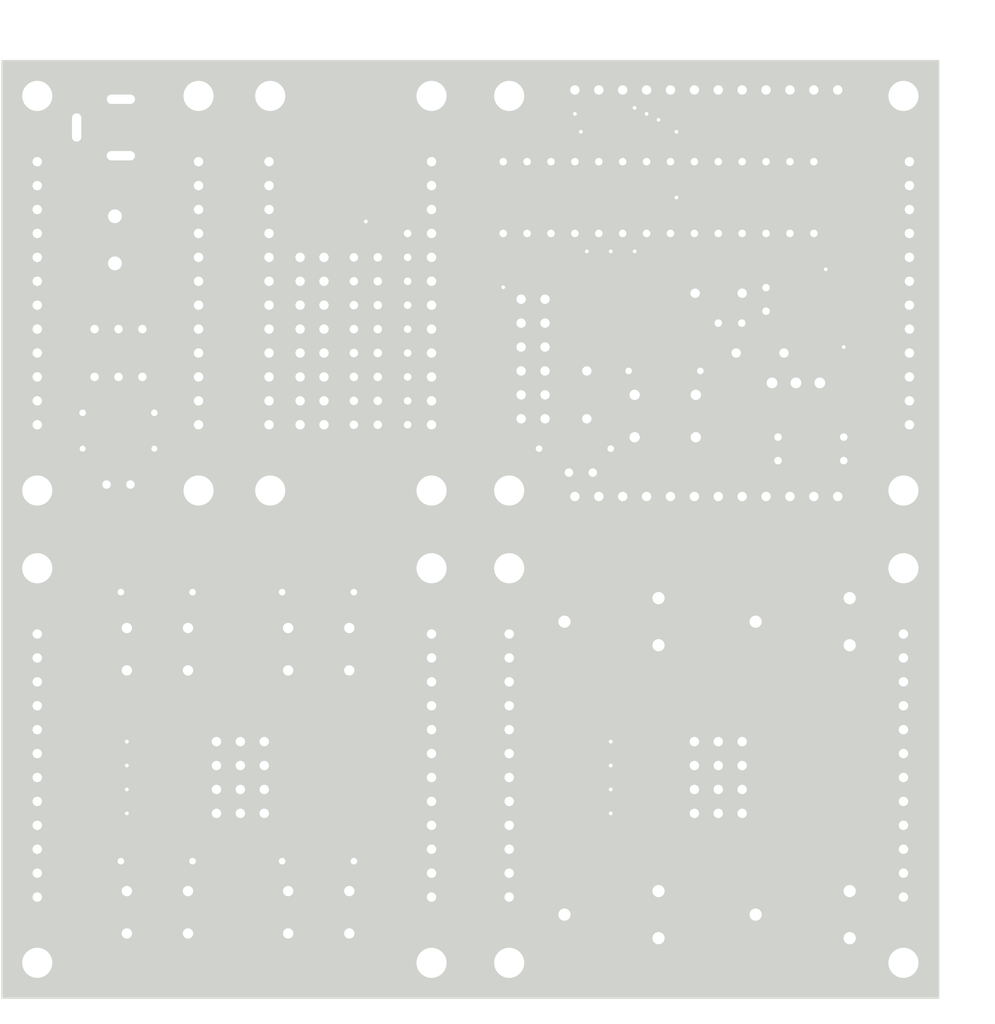
<source format=kicad_pcb>
(kicad_pcb (version 4) (host pcbnew 4.0.7+dfsg1-1~bpo9+1)
  (layers (0 F.Cu signal) (31 B.Cu signal) (34 B.Paste user) (35 F.Paste user) (36 B.SilkS user) (37 F.SilkS user) (38 B.Mask user) (39 F.Mask user) (44 Edge.Cuts user))
  (net 0 "")
  (net 1 /VIN)
  (net 2 /VCC)
  (net 3 Earth)
  (net 4 /L0)
  (net 5 /L1)
  (net 6 /L2)
  (net 7 /L3)
  (net 8 /L4)
  (net 9 /L5)
  (net 10 /L6)
  (net 11 /L7)
  (net 12 "Net-(D2-Pad1)")
  (net 13 "Net-(D2-Pad2)")
  (net 14 "Net-(D3-Pad1)")
  (net 15 "Net-(D3-Pad2)")
  (net 16 "Net-(D4-Pad1)")
  (net 17 "Net-(D4-Pad2)")
  (net 18 "Net-(D5-Pad1)")
  (net 19 "Net-(D5-Pad2)")
  (net 20 "Net-(D6-Pad1)")
  (net 21 "Net-(D6-Pad2)")
  (net 22 "Net-(D7-Pad1)")
  (net 23 "Net-(D7-Pad2)")
  (net 24 "Net-(D8-Pad1)")
  (net 25 "Net-(D8-Pad2)")
  (net 26 "Net-(D9-Pad1)")
  (net 27 "Net-(D9-Pad2)")
  (net 28 /D0)
  (net 29 /D1)
  (net 30 /D2)
  (net 31 /D3)
  (net 32 /D4)
  (net 33 /D5)
  (net 34 /D6)
  (net 35 /D7)
  (net 36 /VIN2)
  (net 37 /VCC2)
  (net 38 /GND2)
  (net 39 "Net-(D10-Pad2)")
  (net 40 "Net-(J2-Pad2)")
  (net 41 /POWER)
  (net 42 /D10)
  (net 43 /D9)
  (net 44 /D8)
  (net 45 /A5)
  (net 46 /A4)
  (net 47 /D13)
  (net 48 /D12)
  (net 49 /D11)
  (net 50 /A3)
  (net 51 /A2)
  (net 52 /A1)
  (net 53 /A0)
  (net 54 "Net-(C2-Pad1)")
  (net 55 "Net-(C3-Pad2)")
  (net 56 /RESET)
  (net 57 "Net-(LED3-Pad2)")
  (net 58 "Net-(D1-Pad2)")
  (net 59 "Net-(J5-Pad1)")
  (net 60 "Net-(J5-Pad2)")
  (net 61 "Net-(J5-Pad3)")
  (net 62 "Net-(J5-Pad4)")
  (net 63 "Net-(J7-Pad1)")
  (net 64 "Net-(J7-Pad2)")
  (net 65 "Net-(J7-Pad3)")
  (net 66 "Net-(J7-Pad4)")
  (module Connectors:BARREL_JACK (layer F.Cu) (at 137.16 92.71 270)
    (fp_text reference J1 (at -8.45 5.75 450) (layer F.SilkS))
    (fp_text value Conn_Coaxial_Power)
    (pad 1 thru_hole rect (at 0 0 270) (size 3.5 3.5) (drill oval 1 3) (layers *.Cu *.Mask) (net 41 /POWER))
    (pad 2 thru_hole rect (at -6 0 270) (size 3.5 3.5) (drill oval 1 3) (layers *.Cu *.Mask) (net 3 Earth))
    (pad 3 thru_hole rect (at -3 4.7 270) (size 3.5 3.5) (drill oval 3 1) (layers *.Cu *.Mask))
  )
  (module Mounting_Holes:MountingHole_3.2mm_M3 (layer F.Cu) (at 128.27 128.27)
    (fp_text reference "" hide)
    (fp_text value M3)
    (pad 1 np_thru_hole circle (at 0 0) (size 3.2 3.2) (drill 3.2) (layers *.Cu *.Mask))
  )
  (module Mounting_Holes:MountingHole_3.2mm_M3 (layer F.Cu) (at 145.415 128.27)
    (fp_text reference "")
    (fp_text value M3)
    (pad 1 np_thru_hole circle (at 0 0) (size 3.2 3.2) (drill 3.2) (layers *.Cu *.Mask))
  )
  (module Mounting_Holes:MountingHole_3.2mm_M3 (layer F.Cu) (at 128.27 86.36)
    (fp_text reference M3)
    (fp_text value "" hide)
    (pad 1 np_thru_hole circle (at 0 0) (size 3.2 3.2) (drill 3.2) (layers *.Cu *.Mask))
  )
  (module Mounting_Holes:MountingHole_3.2mm_M3 (layer F.Cu) (at 170.18 86.36)
    (fp_text reference M3)
    (fp_text value "" hide)
    (pad 1 np_thru_hole circle (at 0 0) (size 3.2 3.2) (drill 3.2) (layers *.Cu *.Mask))
  )
  (module Mounting_Holes:MountingHole_3.2mm_M3 (layer F.Cu) (at 170.18 128.27)
    (fp_text reference "" hide)
    (fp_text value M3)
    (pad 1 np_thru_hole circle (at 0 0) (size 3.2 3.2) (drill 3.2) (layers *.Cu *.Mask))
  )
  (module Pin_Headers:Pin_Header_Straight_1x12_Pitch2.54mm (layer F.Cu) (at 128.27 93.345)
    (fp_text reference I1 (at 0 -2.33) (layer F.SilkS))
    (fp_text value Input)
    (pad 1 thru_hole rect (at 0 0) (size 1.7 1.7) (drill 1) (layers *.Cu *.Mask) (net 1 /VIN))
    (pad 2 thru_hole oval (at 0 2.54) (size 1.7 1.7) (drill 1) (layers *.Cu *.Mask) (net 2 /VCC))
    (pad 3 thru_hole oval (at 0 5.08) (size 1.7 1.7) (drill 1) (layers *.Cu *.Mask) (net 3 Earth))
    (pad 4 thru_hole oval (at 0 7.62) (size 1.7 1.7) (drill 1) (layers *.Cu *.Mask))
    (pad 5 thru_hole oval (at 0 10.16) (size 1.7 1.7) (drill 1) (layers *.Cu *.Mask) (net 4 /L0))
    (pad 6 thru_hole oval (at 0 12.7) (size 1.7 1.7) (drill 1) (layers *.Cu *.Mask) (net 5 /L1))
    (pad 7 thru_hole oval (at 0 15.24) (size 1.7 1.7) (drill 1) (layers *.Cu *.Mask) (net 6 /L2))
    (pad 8 thru_hole oval (at 0 17.78) (size 1.7 1.7) (drill 1) (layers *.Cu *.Mask) (net 7 /L3))
    (pad 9 thru_hole oval (at 0 20.32) (size 1.7 1.7) (drill 1) (layers *.Cu *.Mask) (net 8 /L4))
    (pad 10 thru_hole oval (at 0 22.86) (size 1.7 1.7) (drill 1) (layers *.Cu *.Mask) (net 9 /L5))
    (pad 11 thru_hole oval (at 0 25.4) (size 1.7 1.7) (drill 1) (layers *.Cu *.Mask) (net 10 /L6))
    (pad 12 thru_hole oval (at 0 27.94) (size 1.7 1.7) (drill 1) (layers *.Cu *.Mask) (net 11 /L7))
  )
  (module Socket_Strips:Socket_Strip_Straight_1x12_Pitch2.54mm (layer F.Cu) (at 145.415 93.345)
    (fp_text reference O1 (at 0 -2.33) (layer F.SilkS))
    (fp_text value Output)
    (pad 1 thru_hole rect (at 0 0) (size 1.7 1.7) (drill 1) (layers *.Cu *.Mask) (net 1 /VIN))
    (pad 2 thru_hole oval (at 0 2.54) (size 1.7 1.7) (drill 1) (layers *.Cu *.Mask) (net 2 /VCC))
    (pad 3 thru_hole oval (at 0 5.08) (size 1.7 1.7) (drill 1) (layers *.Cu *.Mask) (net 3 Earth))
    (pad 4 thru_hole oval (at 0 7.62) (size 1.7 1.7) (drill 1) (layers *.Cu *.Mask))
    (pad 5 thru_hole oval (at 0 10.16) (size 1.7 1.7) (drill 1) (layers *.Cu *.Mask) (net 4 /L0))
    (pad 6 thru_hole oval (at 0 12.7) (size 1.7 1.7) (drill 1) (layers *.Cu *.Mask) (net 5 /L1))
    (pad 7 thru_hole oval (at 0 15.24) (size 1.7 1.7) (drill 1) (layers *.Cu *.Mask) (net 6 /L2))
    (pad 8 thru_hole oval (at 0 17.78) (size 1.7 1.7) (drill 1) (layers *.Cu *.Mask) (net 7 /L3))
    (pad 9 thru_hole oval (at 0 20.32) (size 1.7 1.7) (drill 1) (layers *.Cu *.Mask) (net 8 /L4))
    (pad 10 thru_hole oval (at 0 22.86) (size 1.7 1.7) (drill 1) (layers *.Cu *.Mask) (net 9 /L5))
    (pad 11 thru_hole oval (at 0 25.4) (size 1.7 1.7) (drill 1) (layers *.Cu *.Mask) (net 10 /L6))
    (pad 12 thru_hole oval (at 0 27.94) (size 1.7 1.7) (drill 1) (layers *.Cu *.Mask) (net 11 /L7))
  )
  (module Mounting_Holes:MountingHole_3.2mm_M3 (layer F.Cu) (at 145.415 86.36)
    (fp_text reference "")
    (fp_text value M3)
    (pad 1 np_thru_hole circle (at 0 0) (size 3.2 3.2) (drill 3.2) (layers *.Cu *.Mask))
  )
  (module Mounting_Holes:MountingHole_3.2mm_M3 (layer F.Cu) (at 153.035 86.36)
    (fp_text reference "")
    (fp_text value M3)
    (pad 1 np_thru_hole circle (at 0 0) (size 3.2 3.2) (drill 3.2) (layers *.Cu *.Mask))
  )
  (module Mounting_Holes:MountingHole_3.2mm_M3 (layer F.Cu) (at 153.035 128.27)
    (fp_text reference "")
    (fp_text value M3)
    (pad 1 np_thru_hole circle (at 0 0) (size 3.2 3.2) (drill 3.2) (layers *.Cu *.Mask))
  )
  (module LEDs:LED_Rectangular_W3.0mm_H2.0mm (layer F.Cu) (at 164.465 103.505 180)
    (fp_text reference D2 (at 1.27 -2.06 180) (layer F.SilkS))
    (fp_text value LED)
    (pad 1 thru_hole rect (at 0 0 180) (size 1.8 1.8) (drill 0.9) (layers *.Cu *.Mask) (net 12 "Net-(D2-Pad1)"))
    (pad 2 thru_hole circle (at 2.54 0 180) (size 1.8 1.8) (drill 0.9) (layers *.Cu *.Mask) (net 13 "Net-(D2-Pad2)"))
  )
  (module LEDs:LED_Rectangular_W3.0mm_H2.0mm (layer F.Cu) (at 164.465 106.045 180)
    (fp_text reference D3 (at 1.27 -2.06 180) (layer F.SilkS))
    (fp_text value LED)
    (pad 1 thru_hole rect (at 0 0 180) (size 1.8 1.8) (drill 0.9) (layers *.Cu *.Mask) (net 14 "Net-(D3-Pad1)"))
    (pad 2 thru_hole circle (at 2.54 0 180) (size 1.8 1.8) (drill 0.9) (layers *.Cu *.Mask) (net 15 "Net-(D3-Pad2)"))
  )
  (module LEDs:LED_Rectangular_W3.0mm_H2.0mm (layer F.Cu) (at 164.465 108.585 180)
    (fp_text reference D4 (at 1.27 -2.06 180) (layer F.SilkS))
    (fp_text value LED)
    (pad 1 thru_hole rect (at 0 0 180) (size 1.8 1.8) (drill 0.9) (layers *.Cu *.Mask) (net 16 "Net-(D4-Pad1)"))
    (pad 2 thru_hole circle (at 2.54 0 180) (size 1.8 1.8) (drill 0.9) (layers *.Cu *.Mask) (net 17 "Net-(D4-Pad2)"))
  )
  (module LEDs:LED_Rectangular_W3.0mm_H2.0mm (layer F.Cu) (at 164.465 111.125 180)
    (fp_text reference D5 (at 1.27 -2.06 180) (layer F.SilkS))
    (fp_text value LED)
    (pad 1 thru_hole rect (at 0 0 180) (size 1.8 1.8) (drill 0.9) (layers *.Cu *.Mask) (net 18 "Net-(D5-Pad1)"))
    (pad 2 thru_hole circle (at 2.54 0 180) (size 1.8 1.8) (drill 0.9) (layers *.Cu *.Mask) (net 19 "Net-(D5-Pad2)"))
  )
  (module LEDs:LED_Rectangular_W3.0mm_H2.0mm (layer F.Cu) (at 164.465 113.665 180)
    (fp_text reference D6 (at 1.27 -2.06 180) (layer F.SilkS))
    (fp_text value LED)
    (pad 1 thru_hole rect (at 0 0 180) (size 1.8 1.8) (drill 0.9) (layers *.Cu *.Mask) (net 20 "Net-(D6-Pad1)"))
    (pad 2 thru_hole circle (at 2.54 0 180) (size 1.8 1.8) (drill 0.9) (layers *.Cu *.Mask) (net 21 "Net-(D6-Pad2)"))
  )
  (module LEDs:LED_Rectangular_W3.0mm_H2.0mm (layer F.Cu) (at 164.465 116.205 180)
    (fp_text reference D7 (at 1.27 -2.06 180) (layer F.SilkS))
    (fp_text value LED)
    (pad 1 thru_hole rect (at 0 0 180) (size 1.8 1.8) (drill 0.9) (layers *.Cu *.Mask) (net 22 "Net-(D7-Pad1)"))
    (pad 2 thru_hole circle (at 2.54 0 180) (size 1.8 1.8) (drill 0.9) (layers *.Cu *.Mask) (net 23 "Net-(D7-Pad2)"))
  )
  (module LEDs:LED_Rectangular_W3.0mm_H2.0mm (layer F.Cu) (at 164.465 118.745 180)
    (fp_text reference D8 (at 1.27 -2.06 180) (layer F.SilkS))
    (fp_text value LED)
    (pad 1 thru_hole rect (at 0 0 180) (size 1.8 1.8) (drill 0.9) (layers *.Cu *.Mask) (net 24 "Net-(D8-Pad1)"))
    (pad 2 thru_hole circle (at 2.54 0 180) (size 1.8 1.8) (drill 0.9) (layers *.Cu *.Mask) (net 25 "Net-(D8-Pad2)"))
  )
  (module LEDs:LED_Rectangular_W3.0mm_H2.0mm (layer F.Cu) (at 164.465 121.285 180)
    (fp_text reference D9 (at 1.27 -2.06 180) (layer F.SilkS))
    (fp_text value LED)
    (pad 1 thru_hole rect (at 0 0 180) (size 1.8 1.8) (drill 0.9) (layers *.Cu *.Mask) (net 26 "Net-(D9-Pad1)"))
    (pad 2 thru_hole circle (at 2.54 0 180) (size 1.8 1.8) (drill 0.9) (layers *.Cu *.Mask) (net 27 "Net-(D9-Pad2)"))
  )
  (module Pin_Headers:Pin_Header_Straight_1x08_Pitch2.54mm (layer F.Cu) (at 158.75 103.505)
    (fp_text reference H1 (at 0 -2.33) (layer F.SilkS))
    (fp_text value Headers8)
    (pad 1 thru_hole rect (at 0 0) (size 1.7 1.7) (drill 1) (layers *.Cu *.Mask) (net 13 "Net-(D2-Pad2)"))
    (pad 2 thru_hole oval (at 0 2.54) (size 1.7 1.7) (drill 1) (layers *.Cu *.Mask) (net 15 "Net-(D3-Pad2)"))
    (pad 3 thru_hole oval (at 0 5.08) (size 1.7 1.7) (drill 1) (layers *.Cu *.Mask) (net 17 "Net-(D4-Pad2)"))
    (pad 4 thru_hole oval (at 0 7.62) (size 1.7 1.7) (drill 1) (layers *.Cu *.Mask) (net 19 "Net-(D5-Pad2)"))
    (pad 5 thru_hole oval (at 0 10.16) (size 1.7 1.7) (drill 1) (layers *.Cu *.Mask) (net 21 "Net-(D6-Pad2)"))
    (pad 6 thru_hole oval (at 0 12.7) (size 1.7 1.7) (drill 1) (layers *.Cu *.Mask) (net 23 "Net-(D7-Pad2)"))
    (pad 7 thru_hole oval (at 0 15.24) (size 1.7 1.7) (drill 1) (layers *.Cu *.Mask) (net 25 "Net-(D8-Pad2)"))
    (pad 8 thru_hole oval (at 0 17.78) (size 1.7 1.7) (drill 1) (layers *.Cu *.Mask) (net 27 "Net-(D9-Pad2)"))
  )
  (module Pin_Headers:Pin_Header_Straight_1x08_Pitch2.54mm (layer F.Cu) (at 156.21 103.505)
    (fp_text reference H2 (at 0 -2.33) (layer F.SilkS))
    (fp_text value Headers8L)
    (pad 1 thru_hole rect (at 0 0) (size 1.7 1.7) (drill 1) (layers *.Cu *.Mask) (net 28 /D0))
    (pad 2 thru_hole oval (at 0 2.54) (size 1.7 1.7) (drill 1) (layers *.Cu *.Mask) (net 29 /D1))
    (pad 3 thru_hole oval (at 0 5.08) (size 1.7 1.7) (drill 1) (layers *.Cu *.Mask) (net 30 /D2))
    (pad 4 thru_hole oval (at 0 7.62) (size 1.7 1.7) (drill 1) (layers *.Cu *.Mask) (net 31 /D3))
    (pad 5 thru_hole oval (at 0 10.16) (size 1.7 1.7) (drill 1) (layers *.Cu *.Mask) (net 32 /D4))
    (pad 6 thru_hole oval (at 0 12.7) (size 1.7 1.7) (drill 1) (layers *.Cu *.Mask) (net 33 /D5))
    (pad 7 thru_hole oval (at 0 15.24) (size 1.7 1.7) (drill 1) (layers *.Cu *.Mask) (net 34 /D6))
    (pad 8 thru_hole oval (at 0 17.78) (size 1.7 1.7) (drill 1) (layers *.Cu *.Mask) (net 35 /D7))
  )
  (module Pin_Headers:Pin_Header_Straight_1x12_Pitch2.54mm (layer F.Cu) (at 152.908 93.345)
    (fp_text reference I2 (at 0 -2.33) (layer F.SilkS))
    (fp_text value Input)
    (pad 1 thru_hole rect (at 0 0) (size 1.7 1.7) (drill 1) (layers *.Cu *.Mask) (net 36 /VIN2))
    (pad 2 thru_hole oval (at 0 2.54) (size 1.7 1.7) (drill 1) (layers *.Cu *.Mask) (net 37 /VCC2))
    (pad 3 thru_hole oval (at 0 5.08) (size 1.7 1.7) (drill 1) (layers *.Cu *.Mask) (net 38 /GND2))
    (pad 4 thru_hole oval (at 0 7.62) (size 1.7 1.7) (drill 1) (layers *.Cu *.Mask))
    (pad 5 thru_hole oval (at 0 10.16) (size 1.7 1.7) (drill 1) (layers *.Cu *.Mask) (net 28 /D0))
    (pad 6 thru_hole oval (at 0 12.7) (size 1.7 1.7) (drill 1) (layers *.Cu *.Mask) (net 29 /D1))
    (pad 7 thru_hole oval (at 0 15.24) (size 1.7 1.7) (drill 1) (layers *.Cu *.Mask) (net 30 /D2))
    (pad 8 thru_hole oval (at 0 17.78) (size 1.7 1.7) (drill 1) (layers *.Cu *.Mask) (net 31 /D3))
    (pad 9 thru_hole oval (at 0 20.32) (size 1.7 1.7) (drill 1) (layers *.Cu *.Mask) (net 32 /D4))
    (pad 10 thru_hole oval (at 0 22.86) (size 1.7 1.7) (drill 1) (layers *.Cu *.Mask) (net 33 /D5))
    (pad 11 thru_hole oval (at 0 25.4) (size 1.7 1.7) (drill 1) (layers *.Cu *.Mask) (net 34 /D6))
    (pad 12 thru_hole oval (at 0 27.94) (size 1.7 1.7) (drill 1) (layers *.Cu *.Mask) (net 35 /D7))
  )
  (module Socket_Strips:Socket_Strip_Straight_1x12_Pitch2.54mm (layer F.Cu) (at 170.18 93.345)
    (fp_text reference O2 (at 0 -2.33) (layer F.SilkS))
    (fp_text value Output)
    (pad 1 thru_hole rect (at 0 0) (size 1.7 1.7) (drill 1) (layers *.Cu *.Mask) (net 36 /VIN2))
    (pad 2 thru_hole oval (at 0 2.54) (size 1.7 1.7) (drill 1) (layers *.Cu *.Mask) (net 37 /VCC2))
    (pad 3 thru_hole oval (at 0 5.08) (size 1.7 1.7) (drill 1) (layers *.Cu *.Mask) (net 38 /GND2))
    (pad 4 thru_hole oval (at 0 7.62) (size 1.7 1.7) (drill 1) (layers *.Cu *.Mask))
    (pad 5 thru_hole oval (at 0 10.16) (size 1.7 1.7) (drill 1) (layers *.Cu *.Mask) (net 28 /D0))
    (pad 6 thru_hole oval (at 0 12.7) (size 1.7 1.7) (drill 1) (layers *.Cu *.Mask) (net 29 /D1))
    (pad 7 thru_hole oval (at 0 15.24) (size 1.7 1.7) (drill 1) (layers *.Cu *.Mask) (net 30 /D2))
    (pad 8 thru_hole oval (at 0 17.78) (size 1.7 1.7) (drill 1) (layers *.Cu *.Mask) (net 31 /D3))
    (pad 9 thru_hole oval (at 0 20.32) (size 1.7 1.7) (drill 1) (layers *.Cu *.Mask) (net 32 /D4))
    (pad 10 thru_hole oval (at 0 22.86) (size 1.7 1.7) (drill 1) (layers *.Cu *.Mask) (net 33 /D5))
    (pad 11 thru_hole oval (at 0 25.4) (size 1.7 1.7) (drill 1) (layers *.Cu *.Mask) (net 34 /D6))
    (pad 12 thru_hole oval (at 0 27.94) (size 1.7 1.7) (drill 1) (layers *.Cu *.Mask) (net 35 /D7))
  )
  (module Resistors_THT:R_Array_SIP9 (layer F.Cu) (at 167.64 100.965 270)
    (fp_text reference RN1 (at 11.43 -2.4 270) (layer F.SilkS))
    (fp_text value R_Network08)
    (pad 1 thru_hole rect (at 0 0 270) (size 1.6 1.6) (drill 0.8) (layers *.Cu *.Mask) (net 40 "Net-(J2-Pad2)"))
    (pad 2 thru_hole oval (at 2.54 0 270) (size 1.6 1.6) (drill 0.8) (layers *.Cu *.Mask) (net 12 "Net-(D2-Pad1)"))
    (pad 3 thru_hole oval (at 5.08 0 270) (size 1.6 1.6) (drill 0.8) (layers *.Cu *.Mask) (net 14 "Net-(D3-Pad1)"))
    (pad 4 thru_hole oval (at 7.62 0 270) (size 1.6 1.6) (drill 0.8) (layers *.Cu *.Mask) (net 16 "Net-(D4-Pad1)"))
    (pad 5 thru_hole oval (at 10.16 0 270) (size 1.6 1.6) (drill 0.8) (layers *.Cu *.Mask) (net 18 "Net-(D5-Pad1)"))
    (pad 6 thru_hole oval (at 12.7 0 270) (size 1.6 1.6) (drill 0.8) (layers *.Cu *.Mask) (net 20 "Net-(D6-Pad1)"))
    (pad 7 thru_hole oval (at 15.24 0 270) (size 1.6 1.6) (drill 0.8) (layers *.Cu *.Mask) (net 22 "Net-(D7-Pad1)"))
    (pad 8 thru_hole oval (at 17.78 0 270) (size 1.6 1.6) (drill 0.8) (layers *.Cu *.Mask) (net 24 "Net-(D8-Pad1)"))
    (pad 9 thru_hole oval (at 20.32 0 270) (size 1.6 1.6) (drill 0.8) (layers *.Cu *.Mask) (net 26 "Net-(D9-Pad1)"))
  )
  (module LEDs:LED_D3.0mm (layer F.Cu) (at 135.636 127.635)
    (fp_text reference D10 (at 1.27 1.27) (layer F.SilkS))
    (fp_text value LED)
    (pad 1 thru_hole rect (at 0 0) (size 1.8 1.8) (drill 0.9) (layers *.Cu *.Mask) (net 3 Earth))
    (pad 2 thru_hole circle (at 2.54 0) (size 1.8 1.8) (drill 0.9) (layers *.Cu *.Mask) (net 39 "Net-(D10-Pad2)"))
  )
  (module Resistors_THT:R_Axial_DIN0204_L3.6mm_D1.6mm_P7.62mm_Horizontal (layer F.Cu) (at 133.096 120.015)
    (fp_text reference R2 (at 3.81 0) (layer F.SilkS))
    (fp_text value R)
    (pad 1 thru_hole circle (at 0 0) (size 1.4 1.4) (drill 0.7) (layers *.Cu *.Mask) (net 1 /VIN))
    (pad 2 thru_hole oval (at 7.62 0) (size 1.4 1.4) (drill 0.7) (layers *.Cu *.Mask) (net 39 "Net-(D10-Pad2)"))
  )
  (module eplay:SW_SPDT_8mm (layer F.Cu) (at 134.366 111.125)
    (fp_text reference SW1 (at 2.5 1.6) (layer F.SilkS))
    (fp_text value SW_SPST)
    (pad 1 thru_hole rect (at 0 0) (size 1.4 1.4) (drill 0.9) (layers *.Cu *.Mask) (net 1 /VIN))
    (pad 2 thru_hole circle (at 2.54 0) (size 1.4 1.4) (drill 0.9) (layers *.Cu *.Mask) (net 41 /POWER))
    (pad 3 thru_hole circle (at 5.08 0) (size 1.4 1.4) (drill 0.9) (layers *.Cu *.Mask))
    (pad 4 thru_hole circle (at 0 5.08) (size 1.4 1.4) (drill 0.9) (layers *.Cu *.Mask))
    (pad 5 thru_hole circle (at 2.54 5.08) (size 1.4 1.4) (drill 0.9) (layers *.Cu *.Mask))
    (pad 6 thru_hole circle (at 5.08 5.08) (size 1.4 1.4) (drill 0.9) (layers *.Cu *.Mask))
  )
  (module Connectors:PINTST (layer F.Cu) (at 140.716 123.825)
    (fp_text reference TP1)
    (fp_text value TEST)
    (pad 1 thru_hole circle (at 0 0) (size 1.143 1.143) (drill 0.635) (layers *.Cu *.Mask) (net 1 /VIN))
  )
  (module Connectors:PINTST (layer F.Cu) (at 133.096 123.825)
    (fp_text reference TP2)
    (fp_text value TEST)
    (pad 1 thru_hole circle (at 0 0) (size 1.143 1.143) (drill 0.635) (layers *.Cu *.Mask) (net 3 Earth))
  )
  (module Connectors:GS3 (layer F.Cu) (at 163.195 97.155)
    (fp_text reference J2)
    (fp_text value GS3)
    (pad 1 smd rect (at 0 -1.27) (size 1.27 0.97) (layers F.Cu F.Paste F.Mask) (net 37 /VCC2))
    (pad 2 smd rect (at 0 0) (size 1.27 0.97) (layers F.Cu F.Paste F.Mask) (net 40 "Net-(J2-Pad2)"))
    (pad 3 smd rect (at 0 1.27) (size 1.27 0.97) (layers F.Cu F.Paste F.Mask) (net 38 /GND2))
  )
  (module Connectors_Terminal_Blocks:TerminalBlock_Philmore_TB132_02x5mm_Straight (layer F.Cu) (at 136.525 104.14 90)
    (fp_text reference J3 (at 2.54 1.905 90) (layer F.SilkS))
    (fp_text value Screw_Terminal_01x02)
    (pad 1 thru_hole rect (at 0 0 90) (size 2.4 2.4) (drill 1.47) (layers *.Cu *.Mask) (net 3 Earth))
    (pad 2 thru_hole circle (at 5 0 90) (size 2.4 2.4) (drill 1.47) (layers *.Cu *.Mask) (net 41 /POWER))
  )
  (module Socket_Strips:Socket_Strip_Straight_1x12_Pitch2.54mm (layer F.Cu) (at 185.42 85.725 90)
    (fp_text reference O1 (at 0 -2.33 90) (layer F.SilkS))
    (fp_text value SerialOutput)
    (pad 1 thru_hole rect (at 0 0 90) (size 1.7 1.7) (drill 1) (layers *.Cu *.Mask) (net 1 /VIN))
    (pad 2 thru_hole oval (at 0 2.54 90) (size 1.7 1.7) (drill 1) (layers *.Cu *.Mask) (net 2 /VCC))
    (pad 3 thru_hole oval (at 0 5.08 90) (size 1.7 1.7) (drill 1) (layers *.Cu *.Mask) (net 3 Earth))
    (pad 4 thru_hole oval (at 0 7.62 90) (size 1.7 1.7) (drill 1) (layers *.Cu *.Mask))
    (pad 5 thru_hole oval (at 0 10.16 90) (size 1.7 1.7) (drill 1) (layers *.Cu *.Mask) (net 47 /D13))
    (pad 6 thru_hole oval (at 0 12.7 90) (size 1.7 1.7) (drill 1) (layers *.Cu *.Mask) (net 48 /D12))
    (pad 7 thru_hole oval (at 0 15.24 90) (size 1.7 1.7) (drill 1) (layers *.Cu *.Mask) (net 49 /D11))
    (pad 8 thru_hole oval (at 0 17.78 90) (size 1.7 1.7) (drill 1) (layers *.Cu *.Mask) (net 42 /D10))
    (pad 9 thru_hole oval (at 0 20.32 90) (size 1.7 1.7) (drill 1) (layers *.Cu *.Mask) (net 46 /A4))
    (pad 10 thru_hole oval (at 0 22.86 90) (size 1.7 1.7) (drill 1) (layers *.Cu *.Mask) (net 45 /A5))
    (pad 11 thru_hole oval (at 0 25.4 90) (size 1.7 1.7) (drill 1) (layers *.Cu *.Mask) (net 29 /D1))
    (pad 12 thru_hole oval (at 0 27.94 90) (size 1.7 1.7) (drill 1) (layers *.Cu *.Mask) (net 28 /D0))
  )
  (module Housings_DIP:DIP-28_W7.62mm (layer F.Cu) (at 177.8 100.965 90)
    (fp_text reference U1 (at 3.81 13.97 180) (layer F.SilkS))
    (fp_text value ATMEGA328-PU (at 5.08 8.255 180) (layer F.SilkS))
    (pad 1 thru_hole rect (at 0 0 90) (size 1.6 1.6) (drill 0.8) (layers *.Cu *.Mask) (net 56 /RESET))
    (pad 15 thru_hole oval (at 7.62 33.02 90) (size 1.6 1.6) (drill 0.8) (layers *.Cu *.Mask) (net 43 /D9))
    (pad 2 thru_hole oval (at 0 2.54 90) (size 1.6 1.6) (drill 0.8) (layers *.Cu *.Mask) (net 28 /D0))
    (pad 16 thru_hole oval (at 7.62 30.48 90) (size 1.6 1.6) (drill 0.8) (layers *.Cu *.Mask) (net 42 /D10))
    (pad 3 thru_hole oval (at 0 5.08 90) (size 1.6 1.6) (drill 0.8) (layers *.Cu *.Mask) (net 29 /D1))
    (pad 17 thru_hole oval (at 7.62 27.94 90) (size 1.6 1.6) (drill 0.8) (layers *.Cu *.Mask) (net 49 /D11))
    (pad 4 thru_hole oval (at 0 7.62 90) (size 1.6 1.6) (drill 0.8) (layers *.Cu *.Mask) (net 30 /D2))
    (pad 18 thru_hole oval (at 7.62 25.4 90) (size 1.6 1.6) (drill 0.8) (layers *.Cu *.Mask) (net 48 /D12))
    (pad 5 thru_hole oval (at 0 10.16 90) (size 1.6 1.6) (drill 0.8) (layers *.Cu *.Mask) (net 31 /D3))
    (pad 19 thru_hole oval (at 7.62 22.86 90) (size 1.6 1.6) (drill 0.8) (layers *.Cu *.Mask) (net 47 /D13))
    (pad 6 thru_hole oval (at 0 12.7 90) (size 1.6 1.6) (drill 0.8) (layers *.Cu *.Mask) (net 32 /D4))
    (pad 20 thru_hole oval (at 7.62 20.32 90) (size 1.6 1.6) (drill 0.8) (layers *.Cu *.Mask) (net 2 /VCC))
    (pad 7 thru_hole oval (at 0 15.24 90) (size 1.6 1.6) (drill 0.8) (layers *.Cu *.Mask) (net 2 /VCC))
    (pad 21 thru_hole oval (at 7.62 17.78 90) (size 1.6 1.6) (drill 0.8) (layers *.Cu *.Mask))
    (pad 8 thru_hole oval (at 0 17.78 90) (size 1.6 1.6) (drill 0.8) (layers *.Cu *.Mask) (net 3 Earth))
    (pad 22 thru_hole oval (at 7.62 15.24 90) (size 1.6 1.6) (drill 0.8) (layers *.Cu *.Mask) (net 3 Earth))
    (pad 9 thru_hole oval (at 0 20.32 90) (size 1.6 1.6) (drill 0.8) (layers *.Cu *.Mask) (net 54 "Net-(C2-Pad1)"))
    (pad 23 thru_hole oval (at 7.62 12.7 90) (size 1.6 1.6) (drill 0.8) (layers *.Cu *.Mask) (net 53 /A0))
    (pad 10 thru_hole oval (at 0 22.86 90) (size 1.6 1.6) (drill 0.8) (layers *.Cu *.Mask) (net 55 "Net-(C3-Pad2)"))
    (pad 24 thru_hole oval (at 7.62 10.16 90) (size 1.6 1.6) (drill 0.8) (layers *.Cu *.Mask) (net 52 /A1))
    (pad 11 thru_hole oval (at 0 25.4 90) (size 1.6 1.6) (drill 0.8) (layers *.Cu *.Mask) (net 33 /D5))
    (pad 25 thru_hole oval (at 7.62 7.62 90) (size 1.6 1.6) (drill 0.8) (layers *.Cu *.Mask) (net 51 /A2))
    (pad 12 thru_hole oval (at 0 27.94 90) (size 1.6 1.6) (drill 0.8) (layers *.Cu *.Mask) (net 34 /D6))
    (pad 26 thru_hole oval (at 7.62 5.08 90) (size 1.6 1.6) (drill 0.8) (layers *.Cu *.Mask) (net 50 /A3))
    (pad 13 thru_hole oval (at 0 30.48 90) (size 1.6 1.6) (drill 0.8) (layers *.Cu *.Mask) (net 35 /D7))
    (pad 27 thru_hole oval (at 7.62 2.54 90) (size 1.6 1.6) (drill 0.8) (layers *.Cu *.Mask) (net 46 /A4))
    (pad 14 thru_hole oval (at 0 33.02 90) (size 1.6 1.6) (drill 0.8) (layers *.Cu *.Mask) (net 44 /D8))
    (pad 28 thru_hole oval (at 7.62 0 90) (size 1.6 1.6) (drill 0.8) (layers *.Cu *.Mask) (net 45 /A5))
  )
  (module Crystals:Resonator-2pin_w6.0mm_h3.0mm (layer F.Cu) (at 203.2 107.315 180)
    (fp_text reference Y1)
    (fp_text value 16MHz (at 2.54 0 180) (layer F.SilkS))
    (pad 1 thru_hole circle (at 0 0 180) (size 1.7 1.7) (drill 1) (layers *.Cu *.Mask) (net 55 "Net-(C3-Pad2)"))
    (pad 2 thru_hole circle (at 5 0 180) (size 1.7 1.7) (drill 1) (layers *.Cu *.Mask) (net 54 "Net-(C2-Pad1)"))
  )
  (module Capacitors_THT:C_Disc_D3.0mm_W1.6mm_P2.50mm (layer F.Cu) (at 200.66 110.49)
    (fp_text reference C2)
    (fp_text value 22pF (at 1.27 0) (layer F.SilkS))
    (pad 1 thru_hole circle (at 0 0) (size 1.6 1.6) (drill 0.8) (layers *.Cu *.Mask) (net 54 "Net-(C2-Pad1)"))
    (pad 2 thru_hole circle (at 2.5 0) (size 1.6 1.6) (drill 0.8) (layers *.Cu *.Mask) (net 3 Earth))
  )
  (module Capacitors_THT:C_Disc_D3.0mm_W1.6mm_P2.50mm (layer F.Cu) (at 205.74 109.22 90)
    (fp_text reference C3)
    (fp_text value 22pF (at 1.27 0 90) (layer F.SilkS))
    (pad 1 thru_hole circle (at 0 0 90) (size 1.6 1.6) (drill 0.8) (layers *.Cu *.Mask) (net 3 Earth))
    (pad 2 thru_hole circle (at 2.5 0 90) (size 1.6 1.6) (drill 0.8) (layers *.Cu *.Mask) (net 55 "Net-(C3-Pad2)"))
  )
  (module Pin_Headers:Pin_Header_Straight_1x06_Pitch2.54mm (layer F.Cu) (at 182.245 120.65 180)
    (fp_text reference FT1 (at 0 6.35 270) (layer F.SilkS))
    (fp_text value FTDI)
    (pad 1 thru_hole rect (at 0 0 180) (size 1.7 1.7) (drill 1) (layers *.Cu *.Mask) (net 3 Earth))
    (pad 2 thru_hole oval (at 0 2.54 180) (size 1.7 1.7) (drill 1) (layers *.Cu *.Mask) (net 3 Earth))
    (pad 3 thru_hole oval (at 0 5.08 180) (size 1.7 1.7) (drill 1) (layers *.Cu *.Mask) (net 58 "Net-(D1-Pad2)"))
    (pad 4 thru_hole oval (at 0 7.62 180) (size 1.7 1.7) (drill 1) (layers *.Cu *.Mask) (net 29 /D1))
    (pad 5 thru_hole oval (at 0 10.16 180) (size 1.7 1.7) (drill 1) (layers *.Cu *.Mask) (net 28 /D0))
    (pad 6 thru_hole oval (at 0 12.7 180) (size 1.7 1.7) (drill 1) (layers *.Cu *.Mask) (net 56 /RESET))
  )
  (module Socket_Strips:Socket_Strip_Straight_1x12_Pitch2.54mm (layer F.Cu) (at 220.98 93.345)
    (fp_text reference O2 (at 0 -2.33) (layer F.SilkS))
    (fp_text value Output)
    (pad 1 thru_hole rect (at 0 0) (size 1.7 1.7) (drill 1) (layers *.Cu *.Mask) (net 1 /VIN))
    (pad 2 thru_hole oval (at 0 2.54) (size 1.7 1.7) (drill 1) (layers *.Cu *.Mask) (net 2 /VCC))
    (pad 3 thru_hole oval (at 0 5.08) (size 1.7 1.7) (drill 1) (layers *.Cu *.Mask) (net 3 Earth))
    (pad 4 thru_hole oval (at 0 7.62) (size 1.7 1.7) (drill 1) (layers *.Cu *.Mask))
    (pad 5 thru_hole oval (at 0 10.16) (size 1.7 1.7) (drill 1) (layers *.Cu *.Mask) (net 30 /D2))
    (pad 6 thru_hole oval (at 0 12.7) (size 1.7 1.7) (drill 1) (layers *.Cu *.Mask) (net 31 /D3))
    (pad 7 thru_hole oval (at 0 15.24) (size 1.7 1.7) (drill 1) (layers *.Cu *.Mask) (net 32 /D4))
    (pad 8 thru_hole oval (at 0 17.78) (size 1.7 1.7) (drill 1) (layers *.Cu *.Mask) (net 33 /D5))
    (pad 9 thru_hole oval (at 0 20.32) (size 1.7 1.7) (drill 1) (layers *.Cu *.Mask) (net 34 /D6))
    (pad 10 thru_hole oval (at 0 22.86) (size 1.7 1.7) (drill 1) (layers *.Cu *.Mask) (net 35 /D7))
    (pad 11 thru_hole oval (at 0 25.4) (size 1.7 1.7) (drill 1) (layers *.Cu *.Mask) (net 44 /D8))
    (pad 12 thru_hole oval (at 0 27.94) (size 1.7 1.7) (drill 1) (layers *.Cu *.Mask) (net 43 /D9))
  )
  (module Socket_Strips:Socket_Strip_Straight_1x12_Pitch2.54mm (layer F.Cu) (at 213.36 128.905 270)
    (fp_text reference O3 (at 0 -2.33 270) (layer F.SilkS))
    (fp_text value Output)
    (pad 1 thru_hole rect (at 0 0 270) (size 1.7 1.7) (drill 1) (layers *.Cu *.Mask) (net 1 /VIN))
    (pad 2 thru_hole oval (at 0 2.54 270) (size 1.7 1.7) (drill 1) (layers *.Cu *.Mask) (net 2 /VCC))
    (pad 3 thru_hole oval (at 0 5.08 270) (size 1.7 1.7) (drill 1) (layers *.Cu *.Mask) (net 3 Earth))
    (pad 4 thru_hole oval (at 0 7.62 270) (size 1.7 1.7) (drill 1) (layers *.Cu *.Mask))
    (pad 5 thru_hole oval (at 0 10.16 270) (size 1.7 1.7) (drill 1) (layers *.Cu *.Mask) (net 53 /A0))
    (pad 6 thru_hole oval (at 0 12.7 270) (size 1.7 1.7) (drill 1) (layers *.Cu *.Mask) (net 52 /A1))
    (pad 7 thru_hole oval (at 0 15.24 270) (size 1.7 1.7) (drill 1) (layers *.Cu *.Mask) (net 51 /A2))
    (pad 8 thru_hole oval (at 0 17.78 270) (size 1.7 1.7) (drill 1) (layers *.Cu *.Mask) (net 50 /A3))
    (pad 9 thru_hole oval (at 0 20.32 270) (size 1.7 1.7) (drill 1) (layers *.Cu *.Mask) (net 46 /A4))
    (pad 10 thru_hole oval (at 0 22.86 270) (size 1.7 1.7) (drill 1) (layers *.Cu *.Mask) (net 45 /A5))
    (pad 11 thru_hole oval (at 0 25.4 270) (size 1.7 1.7) (drill 1) (layers *.Cu *.Mask))
    (pad 12 thru_hole oval (at 0 27.94 270) (size 1.7 1.7) (drill 1) (layers *.Cu *.Mask))
  )
  (module Mounting_Holes:MountingHole_3.2mm_M3 (layer F.Cu) (at 220.345 86.36)
    (fp_text reference "")
    (fp_text value M3)
    (pad 1 np_thru_hole circle (at 0 0) (size 3.2 3.2) (drill 3.2) (layers *.Cu *.Mask))
  )
  (module Mounting_Holes:MountingHole_3.2mm_M3 (layer F.Cu) (at 220.345 128.27)
    (fp_text reference "")
    (fp_text value M3)
    (pad 1 np_thru_hole circle (at 0 0) (size 3.2 3.2) (drill 3.2) (layers *.Cu *.Mask))
  )
  (module Mounting_Holes:MountingHole_3.2mm_M3 (layer F.Cu) (at 178.435 128.27)
    (fp_text reference "")
    (fp_text value M3)
    (pad 1 np_thru_hole circle (at 0 0) (size 3.2 3.2) (drill 3.2) (layers *.Cu *.Mask))
  )
  (module Mounting_Holes:MountingHole_3.2mm_M3 (layer F.Cu) (at 178.435 86.36)
    (fp_text reference "")
    (fp_text value M3)
    (pad 1 np_thru_hole circle (at 0 0) (size 3.2 3.2) (drill 3.2) (layers *.Cu *.Mask))
  )
  (module Capacitors_THT:CP_Radial_D6.3mm_P2.50mm (layer F.Cu) (at 213.995 125.095 90)
    (fp_text reference C4 (at 0 -1.905 180) (layer F.SilkS))
    (fp_text value 0.47uF)
    (pad 1 thru_hole rect (at 0 0 90) (size 1.6 1.6) (drill 0.8) (layers *.Cu *.Mask) (net 1 /VIN))
    (pad 2 thru_hole circle (at 2.5 0 90) (size 1.6 1.6) (drill 0.8) (layers *.Cu *.Mask) (net 3 Earth))
  )
  (module Capacitors_THT:CP_Radial_D6.3mm_P2.50mm (layer F.Cu) (at 207.01 125.095 90)
    (fp_text reference C5 (at 0 -1.905 180) (layer F.SilkS))
    (fp_text value 100nF)
    (pad 1 thru_hole rect (at 0 0 90) (size 1.6 1.6) (drill 0.8) (layers *.Cu *.Mask) (net 2 /VCC))
    (pad 2 thru_hole circle (at 2.5 0 90) (size 1.6 1.6) (drill 0.8) (layers *.Cu *.Mask) (net 3 Earth))
  )
  (module Resistors_THT:R_Axial_DIN0204_L3.6mm_D1.6mm_P7.62mm_Horizontal (layer F.Cu) (at 181.61 123.825)
    (fp_text reference PR2 (at 3.81 0) (layer F.SilkS))
    (fp_text value R)
    (pad 1 thru_hole circle (at 0 0) (size 1.4 1.4) (drill 0.7) (layers *.Cu *.Mask) (net 57 "Net-(LED3-Pad2)"))
    (pad 2 thru_hole oval (at 7.62 0) (size 1.4 1.4) (drill 0.7) (layers *.Cu *.Mask) (net 2 /VCC))
  )
  (module Resistors_THT:R_Axial_DIN0204_L3.6mm_D1.6mm_P7.62mm_Horizontal (layer F.Cu) (at 191.135 115.57)
    (fp_text reference R1 (at 3.81 0) (layer F.SilkS))
    (fp_text value 10K)
    (pad 1 thru_hole circle (at 0 0) (size 1.4 1.4) (drill 0.7) (layers *.Cu *.Mask) (net 56 /RESET))
    (pad 2 thru_hole oval (at 7.62 0) (size 1.4 1.4) (drill 0.7) (layers *.Cu *.Mask) (net 2 /VCC))
  )
  (module Buttons_Switches_THT:SW_PUSH_6mm (layer F.Cu) (at 191.77 118.11)
    (fp_text reference RESET1 (at 3.175 2.54) (layer F.SilkS))
    (fp_text value SW_Push)
    (pad 2 thru_hole circle (at 0 4.5 90) (size 2 2) (drill 1.1) (layers *.Cu *.Mask) (net 3 Earth))
    (pad 1 thru_hole circle (at 0 0 90) (size 2 2) (drill 1.1) (layers *.Cu *.Mask) (net 56 /RESET))
    (pad 2 thru_hole circle (at 6.5 4.5 90) (size 2 2) (drill 1.1) (layers *.Cu *.Mask) (net 3 Earth))
    (pad 1 thru_hole circle (at 6.5 0 90) (size 2 2) (drill 1.1) (layers *.Cu *.Mask) (net 56 /RESET))
  )
  (module Power_Integrations:TO-220 (layer F.Cu) (at 208.915 116.84 180)
    (fp_text reference U2 (at 0 -4.318 180) (layer F.SilkS))
    (fp_text value L7805)
    (pad 2 thru_hole oval (at 0 0 180) (size 2.032 2.54) (drill 1.143) (layers *.Cu *.Mask) (net 3 Earth))
    (pad 3 thru_hole oval (at 2.54 0 180) (size 2.032 2.54) (drill 1.143) (layers *.Cu *.Mask) (net 13 "Net-(D2-Pad2)"))
    (pad 1 thru_hole oval (at -2.54 0 180) (size 2.032 2.54) (drill 1.143) (layers *.Cu *.Mask) (net 1 /VIN))
  )
  (module LEDs:LED_Rectangular_W3.0mm_H2.0mm (layer F.Cu) (at 187.325 126.365 180)
    (fp_text reference LED3 (at 1.27 0 180) (layer F.SilkS))
    (fp_text value POWER)
    (pad 1 thru_hole rect (at 0 0 180) (size 1.8 1.8) (drill 0.9) (layers *.Cu *.Mask) (net 3 Earth))
    (pad 2 thru_hole circle (at 2.54 0 180) (size 1.8 1.8) (drill 0.9) (layers *.Cu *.Mask) (net 57 "Net-(LED3-Pad2)"))
  )
  (module Diodes_THT:D_T-1_P5.08mm_Horizontal (layer F.Cu) (at 186.69 120.65 90)
    (fp_text reference D1 (at 2.54 0 90) (layer F.SilkS))
    (fp_text value D)
    (pad 1 thru_hole rect (at 0 0 90) (size 2 2) (drill 1) (layers *.Cu *.Mask) (net 2 /VCC))
    (pad 2 thru_hole oval (at 5.08 0 90) (size 2 2) (drill 1) (layers *.Cu *.Mask) (net 58 "Net-(D1-Pad2)"))
  )
  (module Diodes_THT:D_T-1_P5.08mm_Horizontal (layer F.Cu) (at 202.565 113.665)
    (fp_text reference D2 (at 2.54 0) (layer F.SilkS))
    (fp_text value D)
    (pad 1 thru_hole rect (at 0 0) (size 2 2) (drill 1) (layers *.Cu *.Mask) (net 2 /VCC))
    (pad 2 thru_hole oval (at 5.08 0) (size 2 2) (drill 1) (layers *.Cu *.Mask) (net 13 "Net-(D2-Pad2)"))
  )
  (module Pin_Headers:Pin_Header_Straight_1x06_Pitch2.54mm (layer F.Cu) (at 179.705 120.65 180)
    (fp_text reference FT2 (at 0 -2.33 180) (layer F.SilkS))
    (fp_text value FTDI)
    (pad 1 thru_hole rect (at 0 0 180) (size 1.7 1.7) (drill 1) (layers *.Cu *.Mask) (net 3 Earth))
    (pad 2 thru_hole oval (at 0 2.54 180) (size 1.7 1.7) (drill 1) (layers *.Cu *.Mask) (net 3 Earth))
    (pad 3 thru_hole oval (at 0 5.08 180) (size 1.7 1.7) (drill 1) (layers *.Cu *.Mask) (net 58 "Net-(D1-Pad2)"))
    (pad 4 thru_hole oval (at 0 7.62 180) (size 1.7 1.7) (drill 1) (layers *.Cu *.Mask) (net 28 /D0))
    (pad 5 thru_hole oval (at 0 10.16 180) (size 1.7 1.7) (drill 1) (layers *.Cu *.Mask) (net 29 /D1))
    (pad 6 thru_hole oval (at 0 12.7 180) (size 1.7 1.7) (drill 1) (layers *.Cu *.Mask) (net 56 /RESET))
  )
  (module Pin_Headers:Pin_Header_Straight_1x04_Pitch2.54mm (layer F.Cu) (at 203.2 154.94)
    (fp_text reference J1)
    (fp_text value Conn_01x04)
    (pad 1 thru_hole rect (at 0 0) (size 1.7 1.7) (drill 1) (layers *.Cu *.Mask) (net 28 /D0))
    (pad 2 thru_hole oval (at 0 2.54) (size 1.7 1.7) (drill 1) (layers *.Cu *.Mask) (net 29 /D1))
    (pad 3 thru_hole oval (at 0 5.08) (size 1.7 1.7) (drill 1) (layers *.Cu *.Mask) (net 30 /D2))
    (pad 4 thru_hole oval (at 0 7.62) (size 1.7 1.7) (drill 1) (layers *.Cu *.Mask) (net 31 /D3))
  )
  (module Buttons_Switches_THT:SW_PUSH_6mm (layer F.Cu) (at 154.94 170.815)
    (fp_text reference SW4 (at 3.175 0) (layer F.SilkS))
    (fp_text value SW_Push)
    (pad 2 thru_hole circle (at 0 4.5 90) (size 2 2) (drill 1.1) (layers *.Cu *.Mask) (net 3 Earth))
    (pad 1 thru_hole circle (at 0 0 90) (size 2 2) (drill 1.1) (layers *.Cu *.Mask) (net 63 "Net-(J7-Pad1)"))
    (pad 2 thru_hole circle (at 6.5 4.5 90) (size 2 2) (drill 1.1) (layers *.Cu *.Mask) (net 3 Earth))
    (pad 1 thru_hole circle (at 6.5 0 90) (size 2 2) (drill 1.1) (layers *.Cu *.Mask) (net 63 "Net-(J7-Pad1)"))
  )
  (module Mounting_Holes:MountingHole_3.2mm_M3 (layer F.Cu) (at 178.435 136.525)
    (fp_text reference "")
    (fp_text value M3)
    (pad 1 np_thru_hole circle (at 0 0) (size 3.2 3.2) (drill 3.2) (layers *.Cu *.Mask))
  )
  (module Mounting_Holes:MountingHole_3.2mm_M3 (layer F.Cu) (at 128.27 178.435)
    (fp_text reference "" hide)
    (fp_text value M3)
    (pad 1 np_thru_hole circle (at 0 0) (size 3.2 3.2) (drill 3.2) (layers *.Cu *.Mask))
  )
  (module Mounting_Holes:MountingHole_3.2mm_M3 (layer F.Cu) (at 220.345 178.435)
    (fp_text reference "")
    (fp_text value M3)
    (pad 1 np_thru_hole circle (at 0 0) (size 3.2 3.2) (drill 3.2) (layers *.Cu *.Mask))
  )
  (module Mounting_Holes:MountingHole_3.2mm_M3 (layer F.Cu) (at 128.27 136.525)
    (fp_text reference M3)
    (fp_text value "" hide)
    (pad 1 np_thru_hole circle (at 0 0) (size 3.2 3.2) (drill 3.2) (layers *.Cu *.Mask))
  )
  (module Mounting_Holes:MountingHole_3.2mm_M3 (layer F.Cu) (at 170.18 136.525)
    (fp_text reference M3)
    (fp_text value "" hide)
    (pad 1 np_thru_hole circle (at 0 0) (size 3.2 3.2) (drill 3.2) (layers *.Cu *.Mask))
  )
  (module Mounting_Holes:MountingHole_3.2mm_M3 (layer F.Cu) (at 170.18 178.435)
    (fp_text reference "" hide)
    (fp_text value M3)
    (pad 1 np_thru_hole circle (at 0 0) (size 3.2 3.2) (drill 3.2) (layers *.Cu *.Mask))
  )
  (module Mounting_Holes:MountingHole_3.2mm_M3 (layer F.Cu) (at 220.345 136.525)
    (fp_text reference "")
    (fp_text value M3)
    (pad 1 np_thru_hole circle (at 0 0) (size 3.2 3.2) (drill 3.2) (layers *.Cu *.Mask))
  )
  (module Mounting_Holes:MountingHole_3.2mm_M3 (layer F.Cu) (at 178.435 178.435)
    (fp_text reference "")
    (fp_text value M3)
    (pad 1 np_thru_hole circle (at 0 0) (size 3.2 3.2) (drill 3.2) (layers *.Cu *.Mask))
  )
  (module Pin_Headers:Pin_Header_Straight_1x12_Pitch2.54mm (layer F.Cu) (at 128.27 143.51)
    (fp_text reference I1 (at 0 -2.33) (layer F.SilkS))
    (fp_text value Input)
    (pad 1 thru_hole rect (at 0 0) (size 1.7 1.7) (drill 1) (layers *.Cu *.Mask) (net 1 /VIN))
    (pad 2 thru_hole oval (at 0 2.54) (size 1.7 1.7) (drill 1) (layers *.Cu *.Mask) (net 2 /VCC))
    (pad 3 thru_hole oval (at 0 5.08) (size 1.7 1.7) (drill 1) (layers *.Cu *.Mask) (net 3 Earth))
    (pad 4 thru_hole oval (at 0 7.62) (size 1.7 1.7) (drill 1) (layers *.Cu *.Mask))
    (pad 5 thru_hole oval (at 0 10.16) (size 1.7 1.7) (drill 1) (layers *.Cu *.Mask) (net 4 /L0))
    (pad 6 thru_hole oval (at 0 12.7) (size 1.7 1.7) (drill 1) (layers *.Cu *.Mask) (net 5 /L1))
    (pad 7 thru_hole oval (at 0 15.24) (size 1.7 1.7) (drill 1) (layers *.Cu *.Mask) (net 6 /L2))
    (pad 8 thru_hole oval (at 0 17.78) (size 1.7 1.7) (drill 1) (layers *.Cu *.Mask) (net 7 /L3))
    (pad 9 thru_hole oval (at 0 20.32) (size 1.7 1.7) (drill 1) (layers *.Cu *.Mask) (net 8 /L4))
    (pad 10 thru_hole oval (at 0 22.86) (size 1.7 1.7) (drill 1) (layers *.Cu *.Mask) (net 9 /L5))
    (pad 11 thru_hole oval (at 0 25.4) (size 1.7 1.7) (drill 1) (layers *.Cu *.Mask) (net 10 /L6))
    (pad 12 thru_hole oval (at 0 27.94) (size 1.7 1.7) (drill 1) (layers *.Cu *.Mask) (net 11 /L7))
  )
  (module Pin_Headers:Pin_Header_Straight_1x12_Pitch2.54mm (layer F.Cu) (at 178.435 143.51)
    (fp_text reference I2 (at 0 -2.33) (layer F.SilkS))
    (fp_text value Input)
    (pad 1 thru_hole rect (at 0 0) (size 1.7 1.7) (drill 1) (layers *.Cu *.Mask) (net 36 /VIN2))
    (pad 2 thru_hole oval (at 0 2.54) (size 1.7 1.7) (drill 1) (layers *.Cu *.Mask) (net 37 /VCC2))
    (pad 3 thru_hole oval (at 0 5.08) (size 1.7 1.7) (drill 1) (layers *.Cu *.Mask) (net 38 /GND2))
    (pad 4 thru_hole oval (at 0 7.62) (size 1.7 1.7) (drill 1) (layers *.Cu *.Mask))
    (pad 5 thru_hole oval (at 0 10.16) (size 1.7 1.7) (drill 1) (layers *.Cu *.Mask) (net 28 /D0))
    (pad 6 thru_hole oval (at 0 12.7) (size 1.7 1.7) (drill 1) (layers *.Cu *.Mask) (net 29 /D1))
    (pad 7 thru_hole oval (at 0 15.24) (size 1.7 1.7) (drill 1) (layers *.Cu *.Mask) (net 30 /D2))
    (pad 8 thru_hole oval (at 0 17.78) (size 1.7 1.7) (drill 1) (layers *.Cu *.Mask) (net 31 /D3))
    (pad 9 thru_hole oval (at 0 20.32) (size 1.7 1.7) (drill 1) (layers *.Cu *.Mask) (net 32 /D4))
    (pad 10 thru_hole oval (at 0 22.86) (size 1.7 1.7) (drill 1) (layers *.Cu *.Mask) (net 33 /D5))
    (pad 11 thru_hole oval (at 0 25.4) (size 1.7 1.7) (drill 1) (layers *.Cu *.Mask) (net 34 /D6))
    (pad 12 thru_hole oval (at 0 27.94) (size 1.7 1.7) (drill 1) (layers *.Cu *.Mask) (net 35 /D7))
  )
  (module Socket_Strips:Socket_Strip_Straight_1x12_Pitch2.54mm (layer F.Cu) (at 170.18 143.51)
    (fp_text reference O1 (at 0 -2.33) (layer F.SilkS))
    (fp_text value Output)
    (pad 1 thru_hole rect (at 0 0) (size 1.7 1.7) (drill 1) (layers *.Cu *.Mask) (net 1 /VIN))
    (pad 2 thru_hole oval (at 0 2.54) (size 1.7 1.7) (drill 1) (layers *.Cu *.Mask) (net 2 /VCC))
    (pad 3 thru_hole oval (at 0 5.08) (size 1.7 1.7) (drill 1) (layers *.Cu *.Mask) (net 3 Earth))
    (pad 4 thru_hole oval (at 0 7.62) (size 1.7 1.7) (drill 1) (layers *.Cu *.Mask))
    (pad 5 thru_hole oval (at 0 10.16) (size 1.7 1.7) (drill 1) (layers *.Cu *.Mask) (net 4 /L0))
    (pad 6 thru_hole oval (at 0 12.7) (size 1.7 1.7) (drill 1) (layers *.Cu *.Mask) (net 5 /L1))
    (pad 7 thru_hole oval (at 0 15.24) (size 1.7 1.7) (drill 1) (layers *.Cu *.Mask) (net 6 /L2))
    (pad 8 thru_hole oval (at 0 17.78) (size 1.7 1.7) (drill 1) (layers *.Cu *.Mask) (net 7 /L3))
    (pad 9 thru_hole oval (at 0 20.32) (size 1.7 1.7) (drill 1) (layers *.Cu *.Mask) (net 8 /L4))
    (pad 10 thru_hole oval (at 0 22.86) (size 1.7 1.7) (drill 1) (layers *.Cu *.Mask) (net 9 /L5))
    (pad 11 thru_hole oval (at 0 25.4) (size 1.7 1.7) (drill 1) (layers *.Cu *.Mask) (net 10 /L6))
    (pad 12 thru_hole oval (at 0 27.94) (size 1.7 1.7) (drill 1) (layers *.Cu *.Mask) (net 11 /L7))
  )
  (module Socket_Strips:Socket_Strip_Straight_1x12_Pitch2.54mm (layer F.Cu) (at 220.345 143.51)
    (fp_text reference O2 (at 0 -2.33) (layer F.SilkS))
    (fp_text value Output)
    (pad 1 thru_hole rect (at 0 0) (size 1.7 1.7) (drill 1) (layers *.Cu *.Mask) (net 36 /VIN2))
    (pad 2 thru_hole oval (at 0 2.54) (size 1.7 1.7) (drill 1) (layers *.Cu *.Mask) (net 37 /VCC2))
    (pad 3 thru_hole oval (at 0 5.08) (size 1.7 1.7) (drill 1) (layers *.Cu *.Mask) (net 38 /GND2))
    (pad 4 thru_hole oval (at 0 7.62) (size 1.7 1.7) (drill 1) (layers *.Cu *.Mask))
    (pad 5 thru_hole oval (at 0 10.16) (size 1.7 1.7) (drill 1) (layers *.Cu *.Mask) (net 28 /D0))
    (pad 6 thru_hole oval (at 0 12.7) (size 1.7 1.7) (drill 1) (layers *.Cu *.Mask) (net 29 /D1))
    (pad 7 thru_hole oval (at 0 15.24) (size 1.7 1.7) (drill 1) (layers *.Cu *.Mask) (net 30 /D2))
    (pad 8 thru_hole oval (at 0 17.78) (size 1.7 1.7) (drill 1) (layers *.Cu *.Mask) (net 31 /D3))
    (pad 9 thru_hole oval (at 0 20.32) (size 1.7 1.7) (drill 1) (layers *.Cu *.Mask) (net 32 /D4))
    (pad 10 thru_hole oval (at 0 22.86) (size 1.7 1.7) (drill 1) (layers *.Cu *.Mask) (net 33 /D5))
    (pad 11 thru_hole oval (at 0 25.4) (size 1.7 1.7) (drill 1) (layers *.Cu *.Mask) (net 34 /D6))
    (pad 12 thru_hole oval (at 0 27.94) (size 1.7 1.7) (drill 1) (layers *.Cu *.Mask) (net 35 /D7))
  )
  (module Potentiometers:Potentiometer_Trimmer_Piher_PT-10v10_Horizontal_Px10.0mm_Py5.0mm (layer F.Cu) (at 194.31 139.7 180)
    (fp_text reference RV1 (at 5.08 -2.54 180) (layer F.SilkS))
    (fp_text value POT)
    (pad 3 thru_hole circle (at 0 -5 180) (size 2.34 2.34) (drill 1.3) (layers *.Cu *.Mask) (net 38 /GND2))
    (pad 2 thru_hole circle (at 10 -2.5 180) (size 2.34 2.34) (drill 1.3) (layers *.Cu *.Mask) (net 62 "Net-(J5-Pad4)"))
    (pad 1 thru_hole circle (at 0 0 180) (size 2.34 2.34) (drill 1.3) (layers *.Cu *.Mask) (net 37 /VCC2))
  )
  (module Potentiometers:Potentiometer_Trimmer_Piher_PT-10v10_Horizontal_Px10.0mm_Py5.0mm (layer F.Cu) (at 214.63 139.7 180)
    (fp_text reference RV2 (at 5.08 -2.54 180) (layer F.SilkS))
    (fp_text value POT)
    (pad 3 thru_hole circle (at 0 -5 180) (size 2.34 2.34) (drill 1.3) (layers *.Cu *.Mask) (net 38 /GND2))
    (pad 2 thru_hole circle (at 10 -2.5 180) (size 2.34 2.34) (drill 1.3) (layers *.Cu *.Mask) (net 61 "Net-(J5-Pad3)"))
    (pad 1 thru_hole circle (at 0 0 180) (size 2.34 2.34) (drill 1.3) (layers *.Cu *.Mask) (net 37 /VCC2))
  )
  (module Potentiometers:Potentiometer_Trimmer_Piher_PT-10v10_Horizontal_Px10.0mm_Py5.0mm (layer F.Cu) (at 194.31 170.815 180)
    (fp_text reference RV3 (at 5.08 -2.54 180) (layer F.SilkS))
    (fp_text value POT)
    (pad 3 thru_hole circle (at 0 -5 180) (size 2.34 2.34) (drill 1.3) (layers *.Cu *.Mask) (net 38 /GND2))
    (pad 2 thru_hole circle (at 10 -2.5 180) (size 2.34 2.34) (drill 1.3) (layers *.Cu *.Mask) (net 60 "Net-(J5-Pad2)"))
    (pad 1 thru_hole circle (at 0 0 180) (size 2.34 2.34) (drill 1.3) (layers *.Cu *.Mask) (net 37 /VCC2))
  )
  (module Potentiometers:Potentiometer_Trimmer_Piher_PT-10v10_Horizontal_Px10.0mm_Py5.0mm (layer F.Cu) (at 214.63 170.815 180)
    (fp_text reference RV4 (at 5.08 -2.54 180) (layer F.SilkS))
    (fp_text value POT)
    (pad 3 thru_hole circle (at 0 -5 180) (size 2.34 2.34) (drill 1.3) (layers *.Cu *.Mask) (net 38 /GND2))
    (pad 2 thru_hole circle (at 10 -2.5 180) (size 2.34 2.34) (drill 1.3) (layers *.Cu *.Mask) (net 59 "Net-(J5-Pad1)"))
    (pad 1 thru_hole circle (at 0 0 180) (size 2.34 2.34) (drill 1.3) (layers *.Cu *.Mask) (net 37 /VCC2))
  )
  (module Pin_Headers:Pin_Header_Straight_1x04_Pitch2.54mm (layer F.Cu) (at 198.12 154.94)
    (fp_text reference J2)
    (fp_text value Conn_01x04)
    (pad 1 thru_hole rect (at 0 0) (size 1.7 1.7) (drill 1) (layers *.Cu *.Mask) (net 32 /D4))
    (pad 2 thru_hole oval (at 0 2.54) (size 1.7 1.7) (drill 1) (layers *.Cu *.Mask) (net 33 /D5))
    (pad 3 thru_hole oval (at 0 5.08) (size 1.7 1.7) (drill 1) (layers *.Cu *.Mask) (net 34 /D6))
    (pad 4 thru_hole oval (at 0 7.62) (size 1.7 1.7) (drill 1) (layers *.Cu *.Mask) (net 35 /D7))
  )
  (module Pin_Headers:Pin_Header_Straight_1x04_Pitch2.54mm (layer F.Cu) (at 152.4 154.94)
    (fp_text reference J3)
    (fp_text value Conn_01x04)
    (pad 1 thru_hole rect (at 0 0) (size 1.7 1.7) (drill 1) (layers *.Cu *.Mask) (net 4 /L0))
    (pad 2 thru_hole oval (at 0 2.54) (size 1.7 1.7) (drill 1) (layers *.Cu *.Mask) (net 5 /L1))
    (pad 3 thru_hole oval (at 0 5.08) (size 1.7 1.7) (drill 1) (layers *.Cu *.Mask) (net 6 /L2))
    (pad 4 thru_hole oval (at 0 7.62) (size 1.7 1.7) (drill 1) (layers *.Cu *.Mask) (net 7 /L3))
  )
  (module Pin_Headers:Pin_Header_Straight_1x04_Pitch2.54mm (layer F.Cu) (at 147.32 154.94)
    (fp_text reference J4)
    (fp_text value Conn_01x04)
    (pad 1 thru_hole rect (at 0 0) (size 1.7 1.7) (drill 1) (layers *.Cu *.Mask) (net 8 /L4))
    (pad 2 thru_hole oval (at 0 2.54) (size 1.7 1.7) (drill 1) (layers *.Cu *.Mask) (net 9 /L5))
    (pad 3 thru_hole oval (at 0 5.08) (size 1.7 1.7) (drill 1) (layers *.Cu *.Mask) (net 10 /L6))
    (pad 4 thru_hole oval (at 0 7.62) (size 1.7 1.7) (drill 1) (layers *.Cu *.Mask) (net 11 /L7))
  )
  (module Pin_Headers:Pin_Header_Straight_1x04_Pitch2.54mm (layer F.Cu) (at 200.66 162.56 180)
    (fp_text reference J5)
    (fp_text value Conn_01x04)
    (pad 1 thru_hole rect (at 0 0 180) (size 1.7 1.7) (drill 1) (layers *.Cu *.Mask) (net 59 "Net-(J5-Pad1)"))
    (pad 2 thru_hole oval (at 0 2.54 180) (size 1.7 1.7) (drill 1) (layers *.Cu *.Mask) (net 60 "Net-(J5-Pad2)"))
    (pad 3 thru_hole oval (at 0 5.08 180) (size 1.7 1.7) (drill 1) (layers *.Cu *.Mask) (net 61 "Net-(J5-Pad3)"))
    (pad 4 thru_hole oval (at 0 7.62 180) (size 1.7 1.7) (drill 1) (layers *.Cu *.Mask) (net 62 "Net-(J5-Pad4)"))
  )
  (module Pin_Headers:Pin_Header_Straight_1x04_Pitch2.54mm (layer F.Cu) (at 149.86 162.56 180)
    (fp_text reference J7)
    (fp_text value Conn_01x04)
    (pad 1 thru_hole rect (at 0 0 180) (size 1.7 1.7) (drill 1) (layers *.Cu *.Mask) (net 63 "Net-(J7-Pad1)"))
    (pad 2 thru_hole oval (at 0 2.54 180) (size 1.7 1.7) (drill 1) (layers *.Cu *.Mask) (net 64 "Net-(J7-Pad2)"))
    (pad 3 thru_hole oval (at 0 5.08 180) (size 1.7 1.7) (drill 1) (layers *.Cu *.Mask) (net 65 "Net-(J7-Pad3)"))
    (pad 4 thru_hole oval (at 0 7.62 180) (size 1.7 1.7) (drill 1) (layers *.Cu *.Mask) (net 66 "Net-(J7-Pad4)"))
  )
  (module Resistors_THT:R_Axial_DIN0204_L3.6mm_D1.6mm_P7.62mm_Horizontal (layer F.Cu) (at 137.16 139.065)
    (fp_text reference R1 (at 3.81 0) (layer F.SilkS))
    (fp_text value R)
    (pad 1 thru_hole circle (at 0 0) (size 1.4 1.4) (drill 0.7) (layers *.Cu *.Mask) (net 2 /VCC))
    (pad 2 thru_hole oval (at 7.62 0) (size 1.4 1.4) (drill 0.7) (layers *.Cu *.Mask) (net 66 "Net-(J7-Pad4)"))
  )
  (module Resistors_THT:R_Axial_DIN0204_L3.6mm_D1.6mm_P7.62mm_Horizontal (layer F.Cu) (at 154.305 139.065)
    (fp_text reference R2 (at 3.81 0) (layer F.SilkS))
    (fp_text value R)
    (pad 1 thru_hole circle (at 0 0) (size 1.4 1.4) (drill 0.7) (layers *.Cu *.Mask) (net 2 /VCC))
    (pad 2 thru_hole oval (at 7.62 0) (size 1.4 1.4) (drill 0.7) (layers *.Cu *.Mask) (net 65 "Net-(J7-Pad3)"))
  )
  (module Resistors_THT:R_Axial_DIN0204_L3.6mm_D1.6mm_P7.62mm_Horizontal (layer F.Cu) (at 137.16 167.64)
    (fp_text reference R3 (at 3.81 0) (layer F.SilkS))
    (fp_text value R)
    (pad 1 thru_hole circle (at 0 0) (size 1.4 1.4) (drill 0.7) (layers *.Cu *.Mask) (net 2 /VCC))
    (pad 2 thru_hole oval (at 7.62 0) (size 1.4 1.4) (drill 0.7) (layers *.Cu *.Mask) (net 64 "Net-(J7-Pad2)"))
  )
  (module Resistors_THT:R_Axial_DIN0204_L3.6mm_D1.6mm_P7.62mm_Horizontal (layer F.Cu) (at 154.305 167.64)
    (fp_text reference R4 (at 3.81 0) (layer F.SilkS))
    (fp_text value R)
    (pad 1 thru_hole circle (at 0 0) (size 1.4 1.4) (drill 0.7) (layers *.Cu *.Mask) (net 2 /VCC))
    (pad 2 thru_hole oval (at 7.62 0) (size 1.4 1.4) (drill 0.7) (layers *.Cu *.Mask) (net 63 "Net-(J7-Pad1)"))
  )
  (module Buttons_Switches_THT:SW_PUSH_6mm (layer F.Cu) (at 137.795 142.875)
    (fp_text reference SW1 (at 3.175 0) (layer F.SilkS))
    (fp_text value SW_Push)
    (pad 2 thru_hole circle (at 0 4.5 90) (size 2 2) (drill 1.1) (layers *.Cu *.Mask) (net 3 Earth))
    (pad 1 thru_hole circle (at 0 0 90) (size 2 2) (drill 1.1) (layers *.Cu *.Mask) (net 66 "Net-(J7-Pad4)"))
    (pad 2 thru_hole circle (at 6.5 4.5 90) (size 2 2) (drill 1.1) (layers *.Cu *.Mask) (net 3 Earth))
    (pad 1 thru_hole circle (at 6.5 0 90) (size 2 2) (drill 1.1) (layers *.Cu *.Mask) (net 66 "Net-(J7-Pad4)"))
  )
  (module Buttons_Switches_THT:SW_PUSH_6mm (layer F.Cu) (at 154.94 142.875)
    (fp_text reference SW2 (at 3.175 0) (layer F.SilkS))
    (fp_text value SW_Push)
    (pad 2 thru_hole circle (at 0 4.5 90) (size 2 2) (drill 1.1) (layers *.Cu *.Mask) (net 3 Earth))
    (pad 1 thru_hole circle (at 0 0 90) (size 2 2) (drill 1.1) (layers *.Cu *.Mask) (net 65 "Net-(J7-Pad3)"))
    (pad 2 thru_hole circle (at 6.5 4.5 90) (size 2 2) (drill 1.1) (layers *.Cu *.Mask) (net 3 Earth))
    (pad 1 thru_hole circle (at 6.5 0 90) (size 2 2) (drill 1.1) (layers *.Cu *.Mask) (net 65 "Net-(J7-Pad3)"))
  )
  (module Buttons_Switches_THT:SW_PUSH_6mm (layer F.Cu) (at 137.795 170.815)
    (fp_text reference SW3 (at 3.175 0) (layer F.SilkS))
    (fp_text value SW_Push)
    (pad 2 thru_hole circle (at 0 4.5 90) (size 2 2) (drill 1.1) (layers *.Cu *.Mask) (net 3 Earth))
    (pad 1 thru_hole circle (at 0 0 90) (size 2 2) (drill 1.1) (layers *.Cu *.Mask) (net 64 "Net-(J7-Pad2)"))
    (pad 2 thru_hole circle (at 6.5 4.5 90) (size 2 2) (drill 1.1) (layers *.Cu *.Mask) (net 3 Earth))
    (pad 1 thru_hole circle (at 6.5 0 90) (size 2 2) (drill 1.1) (layers *.Cu *.Mask) (net 64 "Net-(J7-Pad2)"))
  )
  (gr_text VCC (at 160.02 95.885) (layer F.SilkS) (effects (font (size 1 1) (thickness 0.2))))
  (gr_text GND (at 160.02 98.425) (layer F.SilkS) (effects (font (size 1 1) (thickness 0.2))))
  (gr_text VIN (at 140.716 125.73) (layer F.SilkS) (effects (font (size 1 1) (thickness 0.2))))
  (gr_text GND (at 133.096 125.73) (layer F.SilkS) (effects (font (size 1 1) (thickness 0.2))))
  (gr_text "LED Module V1.0\nhttp://nickthecoder.co.uk" (at 157.48 119.38 270) (layer B.SilkS) (effects (font (size 1.5 1.5) (thickness 0.3)) (justify left mirror)))
  (gr_line (start 149.225 83.185) (end 149.225 131.445) (angle 90) (layer F.SilkS) (width 0.2))
  (gr_text "Power Module V1.0\nhttp://nickthecoder.co.uk" (at 138.43 120.015 270) (layer B.SilkS) (effects (font (size 1.5 1.5) (thickness 0.3)) (justify left mirror)))
  (gr_text ANALOG (at 199.39 130.81) (layer F.SilkS) (effects (font (size 1 1) (thickness 0.2))))
  (gr_text RST (at 185.42 107.95) (layer F.SilkS) (effects (font (size 1 1) (thickness 0.2))))
  (gr_text TXD (at 185.42 113.03) (layer F.SilkS) (effects (font (size 1 1) (thickness 0.2))))
  (gr_text RXD (at 185.42 110.49) (layer F.SilkS) (effects (font (size 1 1) (thickness 0.2))))
  (gr_text MISO (at 198.12 88.9 270) (layer F.SilkS) (effects (font (size 1 1) (thickness 0.2))))
  (gr_text A0 (at 203.2 126.365) (layer F.SilkS) (effects (font (size 1 1) (thickness 0.2))))
  (gr_text A1 (at 200.66 126.365) (layer F.SilkS) (effects (font (size 1 1) (thickness 0.2))))
  (gr_text A5 (at 190.5 126.365) (layer F.SilkS) (effects (font (size 1 1) (thickness 0.2))))
  (gr_text A4 (at 193.04 126.365) (layer F.SilkS) (effects (font (size 1 1) (thickness 0.2))))
  (gr_text A3 (at 195.58 126.365) (layer F.SilkS) (effects (font (size 1 1) (thickness 0.2))))
  (gr_text A2 (at 198.12 126.365) (layer F.SilkS) (effects (font (size 1 1) (thickness 0.2))))
  (gr_text "Diyduino V1.0\nhttp://nickthecoder.co.uk" (at 208.915 97.155) (layer B.SilkS) (effects (font (size 1.5 1.5) (thickness 0.3)) (justify left mirror)))
  (gr_text RXD (at 176.53 113.03) (layer F.SilkS) (effects (font (size 1 1) (thickness 0.2))))
  (gr_text SCK (at 195.58 88.9 270) (layer F.SilkS) (effects (font (size 1 1) (thickness 0.2))))
  (gr_text RESET (at 194.31 113.03) (layer F.SilkS) (effects (font (size 1 1) (thickness 0.2))))
  (gr_text GND (at 176.53 118.11) (layer F.SilkS) (effects (font (size 1 1) (thickness 0.2))))
  (gr_text VCC (at 176.53 115.57) (layer F.SilkS) (effects (font (size 1 1) (thickness 0.2))))
  (gr_text TXD (at 176.53 110.49) (layer F.SilkS) (effects (font (size 1 1) (thickness 0.2))))
  (gr_text RST (at 176.53 107.95) (layer F.SilkS) (effects (font (size 1 1) (thickness 0.2))))
  (gr_text GND (at 176.53 120.65) (layer F.SilkS) (effects (font (size 1 1) (thickness 0.2))))
  (gr_text RXD (at 213.36 88.9 270) (layer F.SilkS) (effects (font (size 1 1) (thickness 0.2))))
  (gr_text SCL (at 208.28 88.9 270) (layer F.SilkS) (effects (font (size 1 1) (thickness 0.2))))
  (gr_text SDA (at 205.74 88.9 270) (layer F.SilkS) (effects (font (size 1 1) (thickness 0.2))))
  (gr_text TXD (at 210.82 88.9 270) (layer F.SilkS) (effects (font (size 1 1) (thickness 0.2))))
  (gr_text D10 (at 203.2 88.9 270) (layer F.SilkS) (effects (font (size 1 1) (thickness 0.2))))
  (gr_text MOSI (at 200.66 88.9 270) (layer F.SilkS) (effects (font (size 1 1) (thickness 0.2))))
  (gr_text D9 (at 217.805 121.285) (layer F.SilkS) (effects (font (size 1 1) (thickness 0.2))))
  (gr_text D8 (at 217.805 118.745) (layer F.SilkS) (effects (font (size 1 1) (thickness 0.2))))
  (gr_text D7 (at 217.805 116.205) (layer F.SilkS) (effects (font (size 1 1) (thickness 0.2))))
  (gr_text D6 (at 217.805 113.665) (layer F.SilkS) (effects (font (size 1 1) (thickness 0.2))))
  (gr_text D5 (at 217.805 111.125) (layer F.SilkS) (effects (font (size 1 1) (thickness 0.2))))
  (gr_text D4 (at 217.805 108.585) (layer F.SilkS) (effects (font (size 1 1) (thickness 0.2))))
  (gr_text D3 (at 217.805 106.045) (layer F.SilkS) (effects (font (size 1 1) (thickness 0.2))))
  (gr_text D2 (at 217.805 103.505) (layer F.SilkS) (effects (font (size 1 1) (thickness 0.2))))
  (gr_text SERIAL (at 187.325 88.9) (layer F.SilkS) (effects (font (size 1.5 1.5) (thickness 0.3))))
  (gr_text DIGITAL (at 217.805 97.155 90) (layer F.SilkS) (effects (font (size 1.5 1.5) (thickness 0.3))))
  (gr_text H (at 181.61 171.45) (layer F.SilkS) (effects (font (size 1.5 1.5) (thickness 0.3))))
  (gr_text G (at 181.61 168.91) (layer F.SilkS) (effects (font (size 1.5 1.5) (thickness 0.3))))
  (gr_text F (at 181.61 166.37) (layer F.SilkS) (effects (font (size 1.5 1.5) (thickness 0.3))))
  (gr_text E (at 181.61 163.83) (layer F.SilkS) (effects (font (size 1.5 1.5) (thickness 0.3))))
  (gr_text D (at 181.61 161.29) (layer F.SilkS) (effects (font (size 1.5 1.5) (thickness 0.3))))
  (gr_text C (at 181.61 158.75) (layer F.SilkS) (effects (font (size 1.5 1.5) (thickness 0.3))))
  (gr_text B (at 181.61 156.21) (layer F.SilkS) (effects (font (size 1.5 1.5) (thickness 0.3))))
  (gr_text A (at 181.61 153.67) (layer F.SilkS) (effects (font (size 1.5 1.5) (thickness 0.3))))
  (gr_text http://nickthecoder.co.uk (at 149.86 134.62) (layer F.SilkS) (effects (font (size 1.5 1.5) (thickness 0.3))))
  (gr_text "Pots V1.0" (at 217.17 159.385 90) (layer F.SilkS) (effects (font (size 1.5 1.5) (thickness 0.3))))
  (gr_text "Buttons V1.0" (at 167.005 158.115 90) (layer F.SilkS) (effects (font (size 1.5 1.5) (thickness 0.3))))
  (gr_text http://nickthecoder.co.uk (at 200.66 134.62) (layer F.SilkS) (effects (font (size 1.5 1.5) (thickness 0.3))))
  (gr_text H (at 194.945 162.56) (layer F.SilkS) (effects (font (size 1.5 1.5) (thickness 0.3))))
  (gr_text G (at 194.945 160.02) (layer F.SilkS) (effects (font (size 1.5 1.5) (thickness 0.3))))
  (gr_text F (at 194.945 157.48) (layer F.SilkS) (effects (font (size 1.5 1.5) (thickness 0.3))))
  (gr_text E (at 194.945 154.94) (layer F.SilkS) (effects (font (size 1.5 1.5) (thickness 0.3))))
  (gr_text D/H (at 158.115 179.07) (layer F.SilkS) (effects (font (size 1.5 1.5) (thickness 0.3))))
  (gr_text C/G (at 140.335 179.07) (layer F.SilkS) (effects (font (size 1.5 1.5) (thickness 0.3))))
  (gr_text B/F (at 158.115 150.495) (layer F.SilkS) (effects (font (size 1.5 1.5) (thickness 0.3))))
  (gr_text A/E (at 140.97 150.495) (layer F.SilkS) (effects (font (size 1.5 1.5) (thickness 0.3))))
  (gr_text H (at 144.145 162.56) (layer F.SilkS) (effects (font (size 1.5 1.5) (thickness 0.3))))
  (gr_text G (at 144.145 160.02) (layer F.SilkS) (effects (font (size 1.5 1.5) (thickness 0.3))))
  (gr_text F (at 144.145 157.48) (layer F.SilkS) (effects (font (size 1.5 1.5) (thickness 0.3))))
  (gr_text E (at 144.145 154.94) (layer F.SilkS) (effects (font (size 1.5 1.5) (thickness 0.3))))
  (gr_text F (at 131.445 166.37) (layer F.SilkS) (effects (font (size 1.5 1.5) (thickness 0.3))))
  (gr_text E (at 131.445 163.83) (layer F.SilkS) (effects (font (size 1.5 1.5) (thickness 0.3))))
  (gr_text D (at 131.445 161.29) (layer F.SilkS) (effects (font (size 1.5 1.5) (thickness 0.3))))
  (gr_text C (at 131.445 158.75) (layer F.SilkS) (effects (font (size 1.5 1.5) (thickness 0.3))))
  (gr_text H (at 131.445 171.45) (layer F.SilkS) (effects (font (size 1.5 1.5) (thickness 0.3))))
  (gr_text G (at 131.445 168.91) (layer F.SilkS) (effects (font (size 1.5 1.5) (thickness 0.3))))
  (gr_text B (at 131.445 156.21) (layer F.SilkS) (effects (font (size 1.5 1.5) (thickness 0.3))))
  (gr_text A (at 131.445 153.67) (layer F.SilkS) (effects (font (size 1.5 1.5) (thickness 0.3))))
  (gr_text D (at 155.575 162.56) (layer F.SilkS) (effects (font (size 1.5 1.5) (thickness 0.3))))
  (gr_text C (at 155.575 160.02) (layer F.SilkS) (effects (font (size 1.5 1.5) (thickness 0.3))))
  (gr_text B (at 155.575 157.48) (layer F.SilkS) (effects (font (size 1.5 1.5) (thickness 0.3))))
  (gr_text A (at 155.575 154.94) (layer F.SilkS) (effects (font (size 1.5 1.5) (thickness 0.3))))
  (gr_text ENABLE (at 149.86 151.765) (layer F.SilkS) (effects (font (size 1.5 1.5) (thickness 0.3))))
  (gr_text D/H (at 209.55 180.34) (layer F.SilkS) (effects (font (size 1.5 1.5) (thickness 0.3))))
  (gr_text C/G (at 189.23 180.34) (layer F.SilkS) (effects (font (size 1.5 1.5) (thickness 0.3))))
  (gr_text A/E (at 189.23 149.86) (layer F.SilkS) (effects (font (size 1.5 1.5) (thickness 0.3))))
  (gr_text B/F (at 209.55 149.86) (layer F.SilkS) (effects (font (size 1.5 1.5) (thickness 0.3))))
  (gr_text D (at 206.375 162.56) (layer F.SilkS) (effects (font (size 1.5 1.5) (thickness 0.3))))
  (gr_text C (at 206.375 160.02) (layer F.SilkS) (effects (font (size 1.5 1.5) (thickness 0.3))))
  (gr_text B (at 206.375 157.48) (layer F.SilkS) (effects (font (size 1.5 1.5) (thickness 0.3))))
  (gr_text A (at 206.375 154.94) (layer F.SilkS) (effects (font (size 1.5 1.5) (thickness 0.3))))
  (gr_text ENABLE (at 200.66 151.765) (layer F.SilkS) (effects (font (size 1.5 1.5) (thickness 0.3))))
  (gr_line (start 174.625 181.61) (end 174.625 133.35) (angle 90) (layer F.SilkS) (width 0.2))
  (gr_line (start 173.99 133.35) (end 173.99 181.61) (angle 90) (layer F.SilkS) (width 0.2))
  (segment (start 133.096 120.015) (end 133.096 120.396) (width 0.25) (layer F.Cu) (net 1))
  (segment (start 133.096 120.396) (end 136.525 123.825) (width 0.25) (layer F.Cu) (net 1))
  (segment (start 136.525 123.825) (end 140.716 123.825) (width 0.25) (layer F.Cu) (net 1))
  (segment (start 133.096 120.015) (end 133.096 112.395) (width 0.25) (layer B.Cu) (net 1))
  (segment (start 133.096 112.395) (end 134.366 111.125) (width 0.25) (layer B.Cu) (net 1))
  (segment (start 134.366 111.125) (end 134.366 110.871) (width 0.5) (layer B.Cu) (net 1))
  (segment (start 134.366 110.871) (end 131.445 107.95) (width 0.5) (layer B.Cu) (net 1))
  (segment (start 131.445 96.52) (end 128.27 93.345) (width 0.5) (layer B.Cu) (net 1))
  (segment (start 131.445 107.95) (end 131.445 96.52) (width 0.5) (layer B.Cu) (net 1))
  (segment (start 128.27 93.345) (end 130.175 95.25) (width 0.5) (layer F.Cu) (net 1))
  (segment (start 143.51 95.25) (end 145.415 93.345) (width 0.5) (layer F.Cu) (net 1))
  (segment (start 142.875 95.25) (end 143.51 95.25) (width 0.5) (layer F.Cu) (net 1))
  (segment (start 140.97 95.25) (end 142.875 95.25) (width 0.5) (layer F.Cu) (net 1))
  (segment (start 130.175 95.25) (end 140.97 95.25) (width 0.5) (layer F.Cu) (net 1))
  (segment (start 220.98 93.345) (end 216.535 88.9) (width 0.5) (layer F.Cu) (net 1))
  (segment (start 216.535 88.9) (end 216.535 86.995) (width 0.5) (layer F.Cu) (net 1))
  (segment (start 213.36 128.905) (end 218.44 123.825) (width 0.5) (layer F.Cu) (net 1))
  (segment (start 218.44 123.825) (end 219.71 123.825) (width 0.5) (layer F.Cu) (net 1))
  (segment (start 219.71 123.825) (end 221.615 123.825) (width 0.5) (layer F.Cu) (net 1))
  (segment (start 213.36 128.905) (end 213.36 125.73) (width 0.5) (layer F.Cu) (net 1))
  (segment (start 213.36 125.73) (end 213.995 125.095) (width 0.5) (layer F.Cu) (net 1))
  (segment (start 211.455 116.84) (end 211.455 122.555) (width 0.5) (layer F.Cu) (net 1))
  (segment (start 211.455 122.555) (end 213.995 125.095) (width 0.5) (layer F.Cu) (net 1))
  (segment (start 216.535 86.995) (end 216.535 85.09) (width 0.5) (layer F.Cu) (net 1))
  (segment (start 216.535 85.09) (end 215.265 83.82) (width 0.5) (layer F.Cu) (net 1))
  (segment (start 187.325 83.82) (end 215.265 83.82) (width 0.5) (layer F.Cu) (net 1))
  (segment (start 215.265 83.82) (end 216.535 85.09) (width 0.5) (layer F.Cu) (net 1))
  (segment (start 222.885 95.25) (end 220.98 93.345) (width 0.5) (layer F.Cu) (net 1))
  (segment (start 222.885 122.555) (end 222.885 95.25) (width 0.5) (layer F.Cu) (net 1))
  (segment (start 221.615 123.825) (end 222.885 122.555) (width 0.5) (layer F.Cu) (net 1))
  (segment (start 185.42 85.725) (end 187.325 83.82) (width 0.5) (layer F.Cu) (net 1))
  (segment (start 184.785 86.36) (end 185.42 85.725) (width 0.5) (layer F.Cu) (net 1))
  (segment (start 221.615 93.345) (end 221.615 92.71) (width 0.25) (layer F.Cu) (net 1))
  (segment (start 213.36 128.905) (end 213.995 128.905) (width 0.25) (layer F.Cu) (net 1))
  (segment (start 170.18 143.51) (end 167.64 140.97) (width 0.5) (layer F.Cu) (net 1))
  (segment (start 167.64 140.97) (end 130.81 140.97) (width 0.5) (layer F.Cu) (net 1))
  (segment (start 130.81 140.97) (end 128.27 143.51) (width 0.5) (layer F.Cu) (net 1))
  (segment (start 128.27 95.885) (end 128.905 96.52) (width 0.5) (layer F.Cu) (net 2))
  (segment (start 144.78 96.52) (end 145.415 95.885) (width 0.5) (layer F.Cu) (net 2))
  (segment (start 128.905 96.52) (end 144.78 96.52) (width 0.5) (layer F.Cu) (net 2))
  (segment (start 219.075 95.25) (end 216.535 92.71) (width 0.5) (layer B.Cu) (net 2))
  (segment (start 216.535 92.71) (end 216.535 88.265) (width 0.5) (layer B.Cu) (net 2))
  (segment (start 216.535 88.265) (end 216.535 86.995) (width 0.5) (layer B.Cu) (net 2))
  (segment (start 219.71 124.46) (end 218.44 124.46) (width 0.5) (layer B.Cu) (net 2))
  (segment (start 215.9 127) (end 215.9 129.54) (width 0.5) (layer B.Cu) (net 2))
  (segment (start 218.44 124.46) (end 215.9 127) (width 0.5) (layer B.Cu) (net 2))
  (segment (start 189.23 123.825) (end 189.23 123.19) (width 0.25) (layer F.Cu) (net 2))
  (segment (start 189.23 123.19) (end 186.69 120.65) (width 0.25) (layer F.Cu) (net 2))
  (segment (start 186.69 120.65) (end 193.04 120.65) (width 0.5) (layer B.Cu) (net 2))
  (segment (start 193.04 120.65) (end 197.485 125.095) (width 0.5) (layer B.Cu) (net 2))
  (segment (start 214.63 130.81) (end 215.9 129.54) (width 0.5) (layer B.Cu) (net 2))
  (segment (start 210.82 130.175) (end 211.455 130.81) (width 0.5) (layer B.Cu) (net 2))
  (segment (start 211.455 130.81) (end 214.63 130.81) (width 0.5) (layer B.Cu) (net 2))
  (segment (start 210.82 128.905) (end 210.82 130.175) (width 0.5) (layer B.Cu) (net 2))
  (segment (start 198.755 115.57) (end 200.66 115.57) (width 0.25) (layer F.Cu) (net 2))
  (segment (start 200.66 115.57) (end 202.565 113.665) (width 0.25) (layer F.Cu) (net 2))
  (segment (start 202.565 113.665) (end 199.39 113.665) (width 0.5) (layer F.Cu) (net 2))
  (segment (start 196.215 104.14) (end 193.04 100.965) (width 0.5) (layer F.Cu) (net 2))
  (segment (start 196.215 110.49) (end 196.215 104.14) (width 0.5) (layer F.Cu) (net 2))
  (segment (start 199.39 113.665) (end 196.215 110.49) (width 0.5) (layer F.Cu) (net 2))
  (segment (start 207.01 125.095) (end 202.565 120.65) (width 0.5) (layer F.Cu) (net 2))
  (segment (start 202.565 120.65) (end 202.565 113.665) (width 0.5) (layer F.Cu) (net 2))
  (segment (start 210.82 128.905) (end 207.01 125.095) (width 0.5) (layer F.Cu) (net 2))
  (segment (start 197.485 125.095) (end 207.01 125.095) (width 0.5) (layer B.Cu) (net 2))
  (segment (start 193.04 100.33) (end 196.215 97.155) (width 0.25) (layer F.Cu) (net 2))
  (segment (start 196.215 97.155) (end 198.12 95.25) (width 0.25) (layer B.Cu) (net 2))
  (via (at 196.215 97.155) (size 0.6) (drill 0.4) (layers F.Cu B.Cu) (net 2))
  (segment (start 198.12 95.25) (end 198.12 93.345) (width 0.25) (layer B.Cu) (net 2))
  (segment (start 193.04 100.965) (end 193.04 100.33) (width 0.25) (layer F.Cu) (net 2))
  (segment (start 220.98 95.885) (end 221.615 95.885) (width 0.5) (layer B.Cu) (net 2))
  (segment (start 221.615 95.885) (end 222.885 97.155) (width 0.5) (layer B.Cu) (net 2))
  (segment (start 222.885 97.155) (end 222.885 122.555) (width 0.5) (layer B.Cu) (net 2))
  (segment (start 222.885 122.555) (end 220.98 124.46) (width 0.5) (layer B.Cu) (net 2))
  (segment (start 220.98 124.46) (end 219.71 124.46) (width 0.5) (layer B.Cu) (net 2))
  (segment (start 187.96 85.725) (end 187.96 85.09) (width 0.5) (layer B.Cu) (net 2))
  (segment (start 187.96 85.09) (end 189.23 83.82) (width 0.5) (layer B.Cu) (net 2))
  (segment (start 219.075 95.25) (end 219.71 95.885) (width 0.5) (layer B.Cu) (net 2))
  (segment (start 216.535 85.09) (end 216.535 86.995) (width 0.5) (layer B.Cu) (net 2))
  (segment (start 215.265 83.82) (end 216.535 85.09) (width 0.5) (layer B.Cu) (net 2))
  (segment (start 189.23 83.82) (end 215.265 83.82) (width 0.5) (layer B.Cu) (net 2))
  (segment (start 219.71 95.885) (end 220.98 95.885) (width 0.5) (layer B.Cu) (net 2))
  (segment (start 137.16 167.64) (end 138.43 168.91) (width 0.25) (layer F.Cu) (net 2))
  (segment (start 153.035 168.91) (end 154.305 167.64) (width 0.25) (layer F.Cu) (net 2))
  (segment (start 138.43 168.91) (end 153.035 168.91) (width 0.25) (layer F.Cu) (net 2))
  (segment (start 137.16 139.065) (end 139.065 137.16) (width 0.25) (layer F.Cu) (net 2))
  (segment (start 152.4 137.16) (end 154.305 139.065) (width 0.25) (layer F.Cu) (net 2))
  (segment (start 139.065 137.16) (end 152.4 137.16) (width 0.25) (layer F.Cu) (net 2))
  (segment (start 128.27 146.05) (end 130.175 146.05) (width 0.25) (layer B.Cu) (net 2))
  (segment (start 130.175 146.05) (end 137.16 139.065) (width 0.25) (layer B.Cu) (net 2))
  (segment (start 128.27 146.05) (end 132.08 146.05) (width 0.25) (layer B.Cu) (net 2))
  (segment (start 139.7 165.1) (end 137.16 167.64) (width 0.25) (layer B.Cu) (net 2))
  (segment (start 139.7 153.67) (end 139.7 165.1) (width 0.25) (layer B.Cu) (net 2))
  (segment (start 132.08 146.05) (end 139.7 153.67) (width 0.25) (layer B.Cu) (net 2))
  (segment (start 128.27 146.05) (end 128.905 146.05) (width 0.25) (layer B.Cu) (net 2))
  (segment (start 138.43 167.64) (end 137.16 167.64) (width 0.25) (layer B.Cu) (net 2))
  (segment (start 169.545 145.415) (end 128.905 145.415) (width 0.5) (layer F.Cu) (net 2))
  (segment (start 128.905 145.415) (end 128.27 146.05) (width 0.5) (layer F.Cu) (net 2))
  (segment (start 169.545 145.415) (end 170.18 146.05) (width 0.5) (layer F.Cu) (net 2))
  (segment (start 128.27 103.505) (end 129.54 102.235) (width 0.25) (layer F.Cu) (net 4))
  (segment (start 144.145 102.235) (end 145.415 103.505) (width 0.25) (layer F.Cu) (net 4))
  (segment (start 129.54 102.235) (end 144.145 102.235) (width 0.25) (layer F.Cu) (net 4))
  (segment (start 152.4 154.94) (end 151.13 153.67) (width 0.25) (layer F.Cu) (net 4))
  (segment (start 151.13 153.67) (end 151.765 153.67) (width 0.25) (layer F.Cu) (net 4))
  (segment (start 128.27 153.67) (end 150.495 153.67) (width 0.25) (layer F.Cu) (net 4))
  (segment (start 150.495 153.67) (end 151.765 153.67) (width 0.25) (layer F.Cu) (net 4))
  (segment (start 151.765 153.67) (end 170.18 153.67) (width 0.25) (layer F.Cu) (net 4))
  (segment (start 128.27 106.045) (end 145.415 106.045) (width 0.25) (layer F.Cu) (net 5))
  (segment (start 152.4 157.48) (end 151.13 156.21) (width 0.25) (layer F.Cu) (net 5))
  (segment (start 170.18 156.21) (end 151.13 156.21) (width 0.25) (layer F.Cu) (net 5))
  (segment (start 151.13 156.21) (end 128.27 156.21) (width 0.25) (layer F.Cu) (net 5))
  (segment (start 128.27 108.585) (end 128.905 107.95) (width 0.25) (layer F.Cu) (net 6))
  (segment (start 144.78 107.95) (end 145.415 108.585) (width 0.25) (layer F.Cu) (net 6))
  (segment (start 128.905 107.95) (end 144.78 107.95) (width 0.25) (layer F.Cu) (net 6))
  (segment (start 152.4 160.02) (end 151.13 158.75) (width 0.25) (layer F.Cu) (net 6))
  (segment (start 151.13 158.75) (end 151.765 158.75) (width 0.25) (layer F.Cu) (net 6))
  (segment (start 128.27 158.75) (end 150.495 158.75) (width 0.25) (layer F.Cu) (net 6))
  (segment (start 150.495 158.75) (end 151.765 158.75) (width 0.25) (layer F.Cu) (net 6))
  (segment (start 151.765 158.75) (end 170.18 158.75) (width 0.25) (layer F.Cu) (net 6))
  (segment (start 128.27 111.125) (end 130.175 109.22) (width 0.25) (layer F.Cu) (net 7))
  (segment (start 143.51 109.22) (end 145.415 111.125) (width 0.25) (layer F.Cu) (net 7))
  (segment (start 130.175 109.22) (end 143.51 109.22) (width 0.25) (layer F.Cu) (net 7))
  (segment (start 152.4 162.56) (end 151.13 161.29) (width 0.25) (layer F.Cu) (net 7))
  (segment (start 128.27 161.29) (end 151.13 161.29) (width 0.25) (layer F.Cu) (net 7))
  (segment (start 151.13 161.29) (end 170.18 161.29) (width 0.25) (layer F.Cu) (net 7))
  (segment (start 128.27 113.665) (end 129.54 112.395) (width 0.25) (layer F.Cu) (net 8))
  (segment (start 144.145 112.395) (end 145.415 113.665) (width 0.25) (layer F.Cu) (net 8))
  (segment (start 129.54 112.395) (end 144.145 112.395) (width 0.25) (layer F.Cu) (net 8))
  (segment (start 128.27 163.83) (end 128.905 163.83) (width 0.25) (layer B.Cu) (net 8))
  (segment (start 128.905 163.83) (end 137.795 154.94) (width 0.25) (layer B.Cu) (net 8))
  (segment (start 137.795 154.94) (end 147.32 154.94) (width 0.25) (layer F.Cu) (net 8))
  (via (at 137.795 154.94) (size 0.6) (drill 0.4) (layers F.Cu B.Cu) (net 8))
  (segment (start 128.27 163.83) (end 170.18 163.83) (width 0.25) (layer F.Cu) (net 8))
  (segment (start 130.175 114.3) (end 130.81 113.665) (width 0.25) (layer F.Cu) (net 9))
  (segment (start 142.875 113.665) (end 143.51 114.3) (width 0.25) (layer F.Cu) (net 9))
  (segment (start 130.81 113.665) (end 142.875 113.665) (width 0.25) (layer F.Cu) (net 9))
  (segment (start 128.27 116.205) (end 130.175 114.3) (width 0.25) (layer F.Cu) (net 9))
  (segment (start 143.51 114.3) (end 145.415 116.205) (width 0.25) (layer F.Cu) (net 9))
  (segment (start 147.32 157.48) (end 137.795 157.48) (width 0.25) (layer F.Cu) (net 9))
  (segment (start 137.795 157.48) (end 128.905 166.37) (width 0.25) (layer B.Cu) (net 9))
  (via (at 137.795 157.48) (size 0.6) (drill 0.4) (layers F.Cu B.Cu) (net 9))
  (segment (start 128.905 166.37) (end 128.27 166.37) (width 0.25) (layer B.Cu) (net 9))
  (segment (start 170.18 166.37) (end 128.27 166.37) (width 0.25) (layer F.Cu) (net 9))
  (segment (start 128.27 118.745) (end 132.08 114.935) (width 0.25) (layer F.Cu) (net 10))
  (segment (start 141.605 114.935) (end 145.415 118.745) (width 0.25) (layer F.Cu) (net 10))
  (segment (start 132.08 114.935) (end 141.605 114.935) (width 0.25) (layer F.Cu) (net 10))
  (segment (start 170.18 168.91) (end 165.735 173.355) (width 0.25) (layer F.Cu) (net 10))
  (segment (start 132.715 173.355) (end 128.27 168.91) (width 0.25) (layer F.Cu) (net 10))
  (segment (start 165.735 173.355) (end 132.715 173.355) (width 0.25) (layer F.Cu) (net 10))
  (segment (start 128.27 168.91) (end 128.905 168.91) (width 0.25) (layer B.Cu) (net 10))
  (segment (start 128.905 168.91) (end 137.795 160.02) (width 0.25) (layer B.Cu) (net 10))
  (segment (start 137.795 160.02) (end 147.32 160.02) (width 0.25) (layer F.Cu) (net 10))
  (via (at 137.795 160.02) (size 0.6) (drill 0.4) (layers F.Cu B.Cu) (net 10))
  (segment (start 128.27 121.285) (end 130.81 118.745) (width 0.25) (layer F.Cu) (net 11))
  (segment (start 142.875 118.745) (end 145.415 121.285) (width 0.25) (layer F.Cu) (net 11))
  (segment (start 130.81 118.745) (end 142.875 118.745) (width 0.25) (layer F.Cu) (net 11))
  (segment (start 147.32 162.56) (end 137.795 162.56) (width 0.25) (layer F.Cu) (net 11))
  (segment (start 137.795 162.56) (end 128.905 171.45) (width 0.25) (layer B.Cu) (net 11))
  (via (at 137.795 162.56) (size 0.6) (drill 0.4) (layers F.Cu B.Cu) (net 11))
  (segment (start 128.905 171.45) (end 128.27 171.45) (width 0.25) (layer B.Cu) (net 11))
  (segment (start 170.18 171.45) (end 164.465 177.165) (width 0.25) (layer F.Cu) (net 11))
  (segment (start 133.985 177.165) (end 128.27 171.45) (width 0.25) (layer F.Cu) (net 11))
  (segment (start 164.465 177.165) (end 133.985 177.165) (width 0.25) (layer F.Cu) (net 11))
  (segment (start 164.465 103.505) (end 167.64 103.505) (width 0.25) (layer F.Cu) (net 12))
  (segment (start 159.385 103.505) (end 161.925 103.505) (width 0.25) (layer F.Cu) (net 13))
  (segment (start 206.375 116.84) (end 206.375 114.935) (width 0.5) (layer F.Cu) (net 13))
  (segment (start 206.375 114.935) (end 207.645 113.665) (width 0.5) (layer F.Cu) (net 13))
  (segment (start 167.64 106.045) (end 164.465 106.045) (width 0.25) (layer F.Cu) (net 14))
  (segment (start 159.385 106.045) (end 161.925 106.045) (width 0.25) (layer F.Cu) (net 15))
  (segment (start 164.465 108.585) (end 167.64 108.585) (width 0.25) (layer F.Cu) (net 16))
  (segment (start 159.385 108.585) (end 161.925 108.585) (width 0.25) (layer F.Cu) (net 17))
  (segment (start 167.64 111.125) (end 164.465 111.125) (width 0.25) (layer F.Cu) (net 18))
  (segment (start 159.385 111.125) (end 161.925 111.125) (width 0.25) (layer F.Cu) (net 19))
  (segment (start 164.465 113.665) (end 167.64 113.665) (width 0.25) (layer F.Cu) (net 20))
  (segment (start 159.385 113.665) (end 161.925 113.665) (width 0.25) (layer F.Cu) (net 21))
  (segment (start 164.465 116.205) (end 167.64 116.205) (width 0.25) (layer F.Cu) (net 22))
  (segment (start 159.385 116.205) (end 161.925 116.205) (width 0.25) (layer F.Cu) (net 23))
  (segment (start 164.465 118.745) (end 167.64 118.745) (width 0.25) (layer F.Cu) (net 24))
  (segment (start 159.385 118.745) (end 161.925 118.745) (width 0.25) (layer F.Cu) (net 25))
  (segment (start 164.465 121.285) (end 167.64 121.285) (width 0.25) (layer F.Cu) (net 26))
  (segment (start 159.385 121.285) (end 161.925 121.285) (width 0.25) (layer F.Cu) (net 27))
  (segment (start 156.21 103.505) (end 157.48 104.775) (width 0.25) (layer F.Cu) (net 28))
  (segment (start 157.48 104.775) (end 168.91 104.775) (width 0.25) (layer F.Cu) (net 28))
  (segment (start 153.035 103.505) (end 156.21 103.505) (width 0.25) (layer F.Cu) (net 28))
  (segment (start 168.91 104.775) (end 170.18 103.505) (width 0.25) (layer F.Cu) (net 28))
  (segment (start 194.945 90.17) (end 196.215 90.17) (width 0.25) (layer F.Cu) (net 28))
  (segment (start 208.915 90.17) (end 209.55 89.535) (width 0.25) (layer B.Cu) (net 28))
  (segment (start 208.28 90.17) (end 208.915 90.17) (width 0.25) (layer B.Cu) (net 28))
  (segment (start 196.215 90.17) (end 208.28 90.17) (width 0.25) (layer B.Cu) (net 28))
  (via (at 196.215 90.17) (size 0.6) (drill 0.4) (layers F.Cu B.Cu) (net 28))
  (segment (start 213.36 85.725) (end 209.55 89.535) (width 0.25) (layer B.Cu) (net 28))
  (segment (start 186.055 90.17) (end 184.785 91.44) (width 0.25) (layer B.Cu) (net 28))
  (via (at 186.055 90.17) (size 0.6) (drill 0.4) (layers F.Cu B.Cu) (net 28))
  (segment (start 194.945 90.17) (end 186.055 90.17) (width 0.25) (layer F.Cu) (net 28))
  (segment (start 213.36 85.725) (end 213.36 86.36) (width 0.25) (layer B.Cu) (net 28))
  (segment (start 184.785 91.44) (end 184.15 92.075) (width 0.25) (layer B.Cu) (net 28))
  (segment (start 180.34 99.06) (end 180.34 100.965) (width 0.25) (layer B.Cu) (net 28))
  (segment (start 184.15 95.25) (end 180.34 99.06) (width 0.25) (layer B.Cu) (net 28))
  (segment (start 184.15 92.075) (end 184.15 95.25) (width 0.25) (layer B.Cu) (net 28))
  (segment (start 182.245 110.49) (end 180.975 109.22) (width 0.25) (layer B.Cu) (net 28))
  (segment (start 180.975 101.6) (end 180.34 100.965) (width 0.25) (layer B.Cu) (net 28))
  (segment (start 180.975 109.22) (end 180.975 101.6) (width 0.25) (layer B.Cu) (net 28))
  (segment (start 179.705 113.03) (end 182.245 110.49) (width 0.25) (layer F.Cu) (net 28))
  (segment (start 180.34 100.965) (end 180.34 100.33) (width 0.25) (layer B.Cu) (net 28))
  (segment (start 203.2 154.94) (end 201.93 153.67) (width 0.25) (layer F.Cu) (net 28))
  (segment (start 201.93 153.67) (end 202.565 153.67) (width 0.25) (layer F.Cu) (net 28))
  (segment (start 178.435 153.67) (end 195.58 153.67) (width 0.25) (layer F.Cu) (net 28))
  (segment (start 195.58 153.67) (end 201.93 153.67) (width 0.25) (layer F.Cu) (net 28))
  (segment (start 201.93 153.67) (end 202.565 153.67) (width 0.25) (layer F.Cu) (net 28))
  (segment (start 202.565 153.67) (end 220.345 153.67) (width 0.25) (layer F.Cu) (net 28))
  (segment (start 156.21 106.045) (end 157.48 107.315) (width 0.25) (layer F.Cu) (net 29))
  (segment (start 157.48 107.315) (end 168.91 107.315) (width 0.25) (layer F.Cu) (net 29))
  (segment (start 153.035 106.045) (end 156.21 106.045) (width 0.25) (layer F.Cu) (net 29))
  (segment (start 168.91 107.315) (end 170.18 106.045) (width 0.25) (layer F.Cu) (net 29))
  (segment (start 208.28 88.9) (end 194.31 88.9) (width 0.25) (layer B.Cu) (net 29))
  (segment (start 194.31 88.9) (end 185.42 88.9) (width 0.25) (layer F.Cu) (net 29))
  (via (at 194.31 88.9) (size 0.6) (drill 0.4) (layers F.Cu B.Cu) (net 29))
  (segment (start 181.61 92.71) (end 185.42 88.9) (width 0.25) (layer F.Cu) (net 29))
  (segment (start 182.88 97.79) (end 182.88 100.965) (width 0.25) (layer F.Cu) (net 29))
  (segment (start 181.61 96.52) (end 182.88 97.79) (width 0.25) (layer F.Cu) (net 29))
  (segment (start 181.61 92.71) (end 181.61 96.52) (width 0.25) (layer F.Cu) (net 29))
  (segment (start 210.82 86.36) (end 208.28 88.9) (width 0.25) (layer B.Cu) (net 29))
  (segment (start 210.82 85.725) (end 210.82 86.36) (width 0.25) (layer B.Cu) (net 29))
  (segment (start 182.245 113.03) (end 179.705 110.49) (width 0.25) (layer B.Cu) (net 29))
  (segment (start 182.245 113.03) (end 182.88 113.03) (width 0.25) (layer F.Cu) (net 29))
  (segment (start 182.88 113.03) (end 184.15 111.76) (width 0.25) (layer F.Cu) (net 29))
  (segment (start 184.15 111.76) (end 184.15 106.045) (width 0.25) (layer F.Cu) (net 29))
  (segment (start 184.15 106.045) (end 182.88 104.775) (width 0.25) (layer F.Cu) (net 29))
  (segment (start 182.88 104.775) (end 182.88 100.965) (width 0.25) (layer F.Cu) (net 29))
  (segment (start 203.2 157.48) (end 201.93 156.21) (width 0.25) (layer F.Cu) (net 29))
  (segment (start 201.93 156.21) (end 202.565 156.21) (width 0.25) (layer F.Cu) (net 29))
  (segment (start 220.345 156.21) (end 202.565 156.21) (width 0.25) (layer F.Cu) (net 29))
  (segment (start 202.565 156.21) (end 196.215 156.21) (width 0.25) (layer F.Cu) (net 29))
  (segment (start 196.215 156.21) (end 178.435 156.21) (width 0.25) (layer F.Cu) (net 29))
  (segment (start 156.21 108.585) (end 157.48 109.855) (width 0.25) (layer F.Cu) (net 30))
  (segment (start 157.48 109.855) (end 168.91 109.855) (width 0.25) (layer F.Cu) (net 30))
  (segment (start 153.035 108.585) (end 156.21 108.585) (width 0.25) (layer F.Cu) (net 30))
  (segment (start 168.91 109.855) (end 170.18 108.585) (width 0.25) (layer F.Cu) (net 30))
  (segment (start 185.42 100.965) (end 185.42 100.33) (width 0.25) (layer F.Cu) (net 30))
  (segment (start 185.42 100.33) (end 190.5 95.25) (width 0.25) (layer F.Cu) (net 30))
  (segment (start 220.98 103.505) (end 212.725 95.25) (width 0.25) (layer F.Cu) (net 30))
  (segment (start 212.725 95.25) (end 190.5 95.25) (width 0.25) (layer F.Cu) (net 30))
  (segment (start 203.2 160.02) (end 201.93 158.75) (width 0.25) (layer F.Cu) (net 30))
  (segment (start 178.435 158.75) (end 196.215 158.75) (width 0.25) (layer F.Cu) (net 30))
  (segment (start 196.215 158.75) (end 201.93 158.75) (width 0.25) (layer F.Cu) (net 30))
  (segment (start 201.93 158.75) (end 220.345 158.75) (width 0.25) (layer F.Cu) (net 30))
  (segment (start 156.21 111.125) (end 157.48 112.395) (width 0.25) (layer F.Cu) (net 31))
  (segment (start 157.48 112.395) (end 168.91 112.395) (width 0.25) (layer F.Cu) (net 31))
  (segment (start 153.035 111.125) (end 156.21 111.125) (width 0.25) (layer F.Cu) (net 31))
  (segment (start 168.91 112.395) (end 170.18 111.125) (width 0.25) (layer F.Cu) (net 31))
  (segment (start 187.96 100.965) (end 187.96 100.33) (width 0.25) (layer F.Cu) (net 31))
  (segment (start 187.96 100.33) (end 192.405 95.885) (width 0.25) (layer F.Cu) (net 31))
  (segment (start 220.98 106.045) (end 220.98 105.41) (width 0.25) (layer F.Cu) (net 31))
  (segment (start 220.98 105.41) (end 211.455 95.885) (width 0.25) (layer F.Cu) (net 31))
  (segment (start 211.455 95.885) (end 192.405 95.885) (width 0.25) (layer F.Cu) (net 31))
  (segment (start 203.2 162.56) (end 201.93 161.29) (width 0.25) (layer F.Cu) (net 31))
  (segment (start 201.93 161.29) (end 202.565 161.29) (width 0.25) (layer F.Cu) (net 31))
  (segment (start 220.345 161.29) (end 202.565 161.29) (width 0.25) (layer F.Cu) (net 31))
  (segment (start 202.565 161.29) (end 196.215 161.29) (width 0.25) (layer F.Cu) (net 31))
  (segment (start 196.215 161.29) (end 178.435 161.29) (width 0.25) (layer F.Cu) (net 31))
  (segment (start 156.21 113.665) (end 157.48 114.935) (width 0.25) (layer F.Cu) (net 32))
  (segment (start 157.48 114.935) (end 168.91 114.935) (width 0.25) (layer F.Cu) (net 32))
  (segment (start 153.035 113.665) (end 156.21 113.665) (width 0.25) (layer F.Cu) (net 32))
  (segment (start 168.91 114.935) (end 170.18 113.665) (width 0.25) (layer F.Cu) (net 32))
  (segment (start 190.5 100.965) (end 190.5 100.33) (width 0.25) (layer F.Cu) (net 32))
  (segment (start 190.5 100.33) (end 194.31 96.52) (width 0.25) (layer F.Cu) (net 32))
  (segment (start 220.98 108.585) (end 219.075 106.68) (width 0.25) (layer F.Cu) (net 32))
  (segment (start 210.82 96.52) (end 194.31 96.52) (width 0.25) (layer F.Cu) (net 32))
  (segment (start 219.075 104.775) (end 210.82 96.52) (width 0.25) (layer F.Cu) (net 32))
  (segment (start 219.075 106.68) (end 219.075 104.775) (width 0.25) (layer F.Cu) (net 32))
  (segment (start 178.435 163.83) (end 180.34 163.83) (width 0.25) (layer B.Cu) (net 32))
  (segment (start 189.23 154.94) (end 198.12 154.94) (width 0.25) (layer F.Cu) (net 32))
  (via (at 189.23 154.94) (size 0.6) (drill 0.4) (layers F.Cu B.Cu) (net 32))
  (segment (start 180.34 163.83) (end 189.23 154.94) (width 0.25) (layer B.Cu) (net 32))
  (segment (start 178.435 163.83) (end 217.17 163.83) (width 0.25) (layer F.Cu) (net 32))
  (segment (start 217.17 163.83) (end 220.345 163.83) (width 0.25) (layer F.Cu) (net 32))
  (segment (start 156.21 116.205) (end 157.48 117.475) (width 0.25) (layer F.Cu) (net 33))
  (segment (start 157.48 117.475) (end 168.91 117.475) (width 0.25) (layer F.Cu) (net 33))
  (segment (start 153.035 116.205) (end 156.21 116.205) (width 0.25) (layer F.Cu) (net 33))
  (segment (start 168.91 117.475) (end 170.18 116.205) (width 0.25) (layer F.Cu) (net 33))
  (segment (start 206.375 97.79) (end 210.82 97.79) (width 0.25) (layer F.Cu) (net 33))
  (segment (start 220.98 111.125) (end 217.805 107.95) (width 0.25) (layer F.Cu) (net 33))
  (segment (start 217.805 104.775) (end 210.82 97.79) (width 0.25) (layer F.Cu) (net 33))
  (segment (start 217.805 107.95) (end 217.805 104.775) (width 0.25) (layer F.Cu) (net 33))
  (segment (start 206.375 97.79) (end 203.2 100.965) (width 0.25) (layer F.Cu) (net 33))
  (segment (start 178.435 166.37) (end 180.34 166.37) (width 0.25) (layer B.Cu) (net 33))
  (segment (start 189.23 157.48) (end 198.12 157.48) (width 0.25) (layer F.Cu) (net 33))
  (via (at 189.23 157.48) (size 0.6) (drill 0.4) (layers F.Cu B.Cu) (net 33))
  (segment (start 180.34 166.37) (end 189.23 157.48) (width 0.25) (layer B.Cu) (net 33))
  (segment (start 220.345 166.37) (end 215.265 166.37) (width 0.25) (layer F.Cu) (net 33))
  (segment (start 215.265 166.37) (end 178.435 166.37) (width 0.25) (layer F.Cu) (net 33))
  (segment (start 156.21 118.745) (end 156.845 118.745) (width 0.25) (layer F.Cu) (net 34))
  (segment (start 156.845 118.745) (end 158.115 120.015) (width 0.25) (layer F.Cu) (net 34))
  (segment (start 168.91 120.015) (end 170.18 118.745) (width 0.25) (layer F.Cu) (net 34))
  (segment (start 158.115 120.015) (end 168.91 120.015) (width 0.25) (layer F.Cu) (net 34))
  (segment (start 153.035 118.745) (end 156.21 118.745) (width 0.25) (layer F.Cu) (net 34))
  (segment (start 207.01 99.06) (end 210.82 99.06) (width 0.25) (layer F.Cu) (net 34))
  (segment (start 205.74 100.965) (end 205.74 100.33) (width 0.25) (layer F.Cu) (net 34))
  (segment (start 205.74 100.33) (end 207.01 99.06) (width 0.25) (layer F.Cu) (net 34))
  (segment (start 216.535 109.22) (end 220.98 113.665) (width 0.25) (layer F.Cu) (net 34))
  (segment (start 216.535 104.775) (end 216.535 109.22) (width 0.25) (layer F.Cu) (net 34))
  (segment (start 210.82 99.06) (end 216.535 104.775) (width 0.25) (layer F.Cu) (net 34))
  (segment (start 178.435 168.91) (end 180.34 168.91) (width 0.25) (layer B.Cu) (net 34))
  (segment (start 189.23 160.02) (end 198.12 160.02) (width 0.25) (layer F.Cu) (net 34))
  (via (at 189.23 160.02) (size 0.6) (drill 0.4) (layers F.Cu B.Cu) (net 34))
  (segment (start 180.34 168.91) (end 189.23 160.02) (width 0.25) (layer B.Cu) (net 34))
  (segment (start 213.36 168.91) (end 178.435 168.91) (width 0.25) (layer F.Cu) (net 34))
  (segment (start 213.36 168.91) (end 220.345 168.91) (width 0.25) (layer F.Cu) (net 34))
  (segment (start 220.345 168.91) (end 220.345 169.545) (width 0.25) (layer F.Cu) (net 34))
  (segment (start 156.21 121.285) (end 157.48 122.555) (width 0.25) (layer F.Cu) (net 35))
  (segment (start 168.91 122.555) (end 170.18 121.285) (width 0.25) (layer F.Cu) (net 35))
  (segment (start 157.48 122.555) (end 168.91 122.555) (width 0.25) (layer F.Cu) (net 35))
  (segment (start 153.035 121.285) (end 156.21 121.285) (width 0.25) (layer F.Cu) (net 35))
  (segment (start 208.28 100.965) (end 212.09 104.775) (width 0.25) (layer B.Cu) (net 35))
  (via (at 212.09 104.775) (size 0.6) (drill 0.4) (layers F.Cu B.Cu) (net 35))
  (segment (start 212.09 107.315) (end 220.98 116.205) (width 0.25) (layer F.Cu) (net 35))
  (segment (start 220.98 116.205) (end 220.345 116.205) (width 0.25) (layer F.Cu) (net 35))
  (segment (start 212.09 107.315) (end 212.09 104.775) (width 0.25) (layer F.Cu) (net 35))
  (segment (start 178.435 171.45) (end 180.34 171.45) (width 0.25) (layer B.Cu) (net 35))
  (segment (start 189.23 162.56) (end 198.12 162.56) (width 0.25) (layer F.Cu) (net 35))
  (via (at 189.23 162.56) (size 0.6) (drill 0.4) (layers F.Cu B.Cu) (net 35))
  (segment (start 180.34 171.45) (end 189.23 162.56) (width 0.25) (layer B.Cu) (net 35))
  (segment (start 188.595 171.45) (end 191.77 171.45) (width 0.25) (layer F.Cu) (net 35))
  (segment (start 210.185 175.26) (end 211.455 173.99) (width 0.25) (layer F.Cu) (net 35))
  (segment (start 209.55 175.26) (end 210.185 175.26) (width 0.25) (layer F.Cu) (net 35))
  (segment (start 203.2 175.26) (end 209.55 175.26) (width 0.25) (layer F.Cu) (net 35))
  (segment (start 201.295 173.355) (end 203.2 175.26) (width 0.25) (layer F.Cu) (net 35))
  (segment (start 193.675 173.355) (end 201.295 173.355) (width 0.25) (layer F.Cu) (net 35))
  (segment (start 191.77 171.45) (end 193.675 173.355) (width 0.25) (layer F.Cu) (net 35))
  (segment (start 188.595 171.45) (end 178.435 171.45) (width 0.25) (layer F.Cu) (net 35))
  (segment (start 211.455 173.99) (end 214.63 173.99) (width 0.25) (layer F.Cu) (net 35))
  (segment (start 217.805 173.99) (end 220.345 171.45) (width 0.25) (layer F.Cu) (net 35))
  (segment (start 214.63 173.99) (end 217.805 173.99) (width 0.25) (layer F.Cu) (net 35))
  (segment (start 153.035 93.345) (end 170.18 93.345) (width 0.5) (layer F.Cu) (net 36))
  (segment (start 178.435 143.51) (end 179.07 143.51) (width 0.5) (layer F.Cu) (net 36))
  (segment (start 179.07 143.51) (end 185.42 137.16) (width 0.5) (layer F.Cu) (net 36))
  (segment (start 214.63 137.16) (end 220.345 142.875) (width 0.5) (layer F.Cu) (net 36))
  (segment (start 185.42 137.16) (end 214.63 137.16) (width 0.5) (layer F.Cu) (net 36))
  (segment (start 220.345 142.875) (end 220.345 143.51) (width 0.5) (layer F.Cu) (net 36))
  (segment (start 153.035 95.885) (end 163.195 95.885) (width 0.5) (layer F.Cu) (net 37))
  (segment (start 163.195 95.885) (end 170.18 95.885) (width 0.5) (layer F.Cu) (net 37))
  (segment (start 187.96 146.05) (end 189.23 147.32) (width 0.5) (layer F.Cu) (net 37))
  (segment (start 179.705 146.05) (end 187.96 146.05) (width 0.5) (layer F.Cu) (net 37))
  (segment (start 187.96 146.05) (end 194.31 139.7) (width 0.5) (layer F.Cu) (net 37))
  (segment (start 178.435 146.05) (end 179.705 146.05) (width 0.5) (layer F.Cu) (net 37))
  (segment (start 219.075 147.32) (end 220.345 146.05) (width 0.5) (layer F.Cu) (net 37))
  (segment (start 189.23 147.32) (end 219.075 147.32) (width 0.5) (layer F.Cu) (net 37))
  (segment (start 214.63 170.815) (end 214.63 151.765) (width 0.25) (layer B.Cu) (net 37))
  (segment (start 214.63 151.765) (end 220.345 146.05) (width 0.25) (layer B.Cu) (net 37))
  (segment (start 194.31 170.815) (end 214.63 170.815) (width 0.25) (layer F.Cu) (net 37))
  (segment (start 214.63 172.085) (end 214.63 171.45) (width 0.25) (layer B.Cu) (net 37))
  (segment (start 194.31 139.7) (end 214.63 139.7) (width 0.5) (layer F.Cu) (net 37))
  (segment (start 163.195 98.425) (end 163.195 99.695) (width 0.25) (layer F.Cu) (net 38))
  (via (at 163.195 99.695) (size 0.6) (drill 0.4) (layers F.Cu B.Cu) (net 38))
  (segment (start 138.176 127.635) (end 139.7 127.635) (width 0.25) (layer F.Cu) (net 39))
  (segment (start 142.24 121.539) (end 140.716 120.015) (width 0.25) (layer F.Cu) (net 39))
  (segment (start 142.24 125.095) (end 142.24 121.539) (width 0.25) (layer F.Cu) (net 39))
  (segment (start 139.7 127.635) (end 142.24 125.095) (width 0.25) (layer F.Cu) (net 39))
  (segment (start 163.195 97.155) (end 163.83 97.155) (width 0.25) (layer F.Cu) (net 40))
  (segment (start 163.83 97.155) (end 167.64 100.965) (width 0.25) (layer F.Cu) (net 40))
  (segment (start 133.985 101.6) (end 133.985 95.885) (width 0.5) (layer B.Cu) (net 41))
  (segment (start 133.985 95.885) (end 137.16 92.71) (width 0.5) (layer B.Cu) (net 41))
  (segment (start 136.525 99.14) (end 136.445 99.14) (width 0.5) (layer B.Cu) (net 41))
  (segment (start 136.445 99.14) (end 133.985 101.6) (width 0.5) (layer B.Cu) (net 41))
  (segment (start 133.985 108.204) (end 136.906 111.125) (width 0.5) (layer B.Cu) (net 41))
  (segment (start 133.985 101.6) (end 133.985 108.204) (width 0.5) (layer B.Cu) (net 41))
  (segment (start 203.2 85.725) (end 203.2 88.265) (width 0.25) (layer F.Cu) (net 42))
  (segment (start 203.2 88.265) (end 208.28 93.345) (width 0.25) (layer F.Cu) (net 42))
  (segment (start 220.98 121.285) (end 213.995 114.3) (width 0.25) (layer F.Cu) (net 43))
  (segment (start 213.995 114.3) (end 213.995 113.03) (width 0.25) (layer F.Cu) (net 43))
  (via (at 213.995 113.03) (size 0.6) (drill 0.4) (layers F.Cu B.Cu) (net 43))
  (segment (start 212.09 93.345) (end 210.82 93.345) (width 0.25) (layer B.Cu) (net 43))
  (segment (start 213.995 95.25) (end 212.09 93.345) (width 0.25) (layer B.Cu) (net 43))
  (segment (start 213.995 113.03) (end 213.995 95.25) (width 0.25) (layer B.Cu) (net 43))
  (segment (start 220.98 118.745) (end 210.82 108.585) (width 0.25) (layer F.Cu) (net 44))
  (segment (start 210.82 108.585) (end 210.82 100.965) (width 0.25) (layer F.Cu) (net 44))
  (segment (start 177.8 93.345) (end 182.88 88.265) (width 0.25) (layer B.Cu) (net 45))
  (segment (start 189.23 127.635) (end 189.23 125.73) (width 0.25) (layer F.Cu) (net 45))
  (segment (start 186.055 122.555) (end 178.435 122.555) (width 0.25) (layer F.Cu) (net 45))
  (segment (start 189.23 125.73) (end 186.055 122.555) (width 0.25) (layer F.Cu) (net 45))
  (segment (start 177.8 93.345) (end 177.8 93.98) (width 0.25) (layer B.Cu) (net 45))
  (segment (start 177.8 93.98) (end 179.07 95.25) (width 0.25) (layer B.Cu) (net 45))
  (segment (start 179.07 105.41) (end 177.8 106.68) (width 0.25) (layer B.Cu) (net 45))
  (segment (start 179.07 95.25) (end 179.07 105.41) (width 0.25) (layer B.Cu) (net 45))
  (segment (start 206.375 88.265) (end 193.04 88.265) (width 0.25) (layer B.Cu) (net 45))
  (segment (start 208.28 86.36) (end 206.375 88.265) (width 0.25) (layer B.Cu) (net 45))
  (via (at 193.04 88.265) (size 0.6) (drill 0.4) (layers F.Cu B.Cu) (net 45))
  (segment (start 185.42 88.265) (end 182.88 88.265) (width 0.25) (layer B.Cu) (net 45))
  (via (at 185.42 88.265) (size 0.6) (drill 0.4) (layers F.Cu B.Cu) (net 45))
  (segment (start 193.04 88.265) (end 185.42 88.265) (width 0.25) (layer F.Cu) (net 45))
  (segment (start 208.28 85.725) (end 208.28 86.36) (width 0.25) (layer B.Cu) (net 45))
  (segment (start 178.435 122.555) (end 177.8 121.92) (width 0.25) (layer F.Cu) (net 45))
  (segment (start 190.5 128.905) (end 189.23 127.635) (width 0.25) (layer F.Cu) (net 45))
  (segment (start 177.8 121.92) (end 177.8 106.68) (width 0.25) (layer F.Cu) (net 45))
  (via (at 177.8 106.68) (size 0.6) (drill 0.4) (layers F.Cu B.Cu) (net 45))
  (segment (start 182.88 128.905) (end 182.88 127) (width 0.25) (layer F.Cu) (net 46))
  (segment (start 179.705 123.825) (end 177.8 123.825) (width 0.25) (layer F.Cu) (net 46))
  (segment (start 182.88 127) (end 179.705 123.825) (width 0.25) (layer F.Cu) (net 46))
  (segment (start 204.47 87.63) (end 191.77 87.63) (width 0.25) (layer B.Cu) (net 46))
  (segment (start 184.785 87.63) (end 186.055 87.63) (width 0.25) (layer F.Cu) (net 46))
  (via (at 191.77 87.63) (size 0.6) (drill 0.4) (layers F.Cu B.Cu) (net 46))
  (segment (start 191.77 87.63) (end 186.055 87.63) (width 0.25) (layer F.Cu) (net 46))
  (segment (start 180.34 93.345) (end 180.34 92.075) (width 0.25) (layer F.Cu) (net 46))
  (segment (start 180.34 92.075) (end 184.785 87.63) (width 0.25) (layer F.Cu) (net 46))
  (segment (start 205.74 85.725) (end 205.74 86.36) (width 0.25) (layer B.Cu) (net 46))
  (segment (start 205.74 86.36) (end 204.47 87.63) (width 0.25) (layer B.Cu) (net 46))
  (segment (start 180.34 92.71) (end 180.34 93.345) (width 0.25) (layer F.Cu) (net 46))
  (segment (start 180.34 93.98) (end 176.53 97.79) (width 0.25) (layer F.Cu) (net 46))
  (segment (start 191.135 130.81) (end 193.04 128.905) (width 0.25) (layer F.Cu) (net 46))
  (segment (start 180.34 93.345) (end 180.34 93.98) (width 0.25) (layer F.Cu) (net 46))
  (segment (start 193.04 128.905) (end 193.04 128.27) (width 0.25) (layer F.Cu) (net 46))
  (segment (start 184.785 130.81) (end 182.88 128.905) (width 0.25) (layer F.Cu) (net 46))
  (segment (start 177.8 123.825) (end 176.53 122.555) (width 0.25) (layer F.Cu) (net 46))
  (segment (start 176.53 97.79) (end 176.53 122.555) (width 0.25) (layer F.Cu) (net 46))
  (segment (start 184.785 130.81) (end 191.135 130.81) (width 0.25) (layer F.Cu) (net 46))
  (segment (start 200.66 93.345) (end 195.58 88.265) (width 0.25) (layer F.Cu) (net 47))
  (segment (start 195.58 88.265) (end 195.58 85.725) (width 0.25) (layer F.Cu) (net 47))
  (segment (start 198.12 85.725) (end 198.12 88.265) (width 0.25) (layer F.Cu) (net 48))
  (segment (start 198.12 88.265) (end 203.2 93.345) (width 0.25) (layer F.Cu) (net 48))
  (segment (start 200.66 85.725) (end 200.66 88.265) (width 0.25) (layer F.Cu) (net 49))
  (segment (start 200.66 88.265) (end 205.74 93.345) (width 0.25) (layer F.Cu) (net 49))
  (segment (start 182.88 93.345) (end 182.88 95.25) (width 0.25) (layer F.Cu) (net 50))
  (segment (start 184.15 96.52) (end 184.15 102.235) (width 0.25) (layer F.Cu) (net 50))
  (segment (start 182.88 95.25) (end 184.15 96.52) (width 0.25) (layer F.Cu) (net 50))
  (segment (start 195.58 128.905) (end 195.58 127) (width 0.25) (layer F.Cu) (net 50))
  (segment (start 192.405 110.49) (end 184.15 102.235) (width 0.25) (layer F.Cu) (net 50))
  (segment (start 192.405 112.395) (end 192.405 110.49) (width 0.25) (layer F.Cu) (net 50))
  (segment (start 194.31 114.3) (end 192.405 112.395) (width 0.25) (layer F.Cu) (net 50))
  (segment (start 194.31 125.73) (end 194.31 114.3) (width 0.25) (layer F.Cu) (net 50))
  (segment (start 195.58 127) (end 194.31 125.73) (width 0.25) (layer F.Cu) (net 50))
  (segment (start 194.945 125.095) (end 194.945 113.665) (width 0.25) (layer F.Cu) (net 51))
  (segment (start 194.945 113.665) (end 193.675 112.395) (width 0.25) (layer F.Cu) (net 51))
  (segment (start 198.12 128.905) (end 198.12 128.27) (width 0.25) (layer F.Cu) (net 51))
  (segment (start 198.12 128.27) (end 194.945 125.095) (width 0.25) (layer F.Cu) (net 51))
  (segment (start 193.675 112.395) (end 193.675 109.855) (width 0.25) (layer F.Cu) (net 51))
  (segment (start 193.675 109.855) (end 186.69 102.87) (width 0.25) (layer F.Cu) (net 51))
  (via (at 186.69 102.87) (size 0.6) (drill 0.4) (layers F.Cu B.Cu) (net 51))
  (segment (start 186.69 102.87) (end 186.69 98.425) (width 0.25) (layer B.Cu) (net 51))
  (segment (start 186.69 98.425) (end 185.42 97.155) (width 0.25) (layer B.Cu) (net 51))
  (segment (start 185.42 97.155) (end 185.42 93.345) (width 0.25) (layer B.Cu) (net 51))
  (segment (start 195.58 123.19) (end 195.58 113.03) (width 0.25) (layer F.Cu) (net 52))
  (segment (start 195.58 113.03) (end 194.31 111.76) (width 0.25) (layer F.Cu) (net 52))
  (segment (start 200.66 128.905) (end 200.66 128.27) (width 0.25) (layer F.Cu) (net 52))
  (segment (start 200.66 128.27) (end 195.58 123.19) (width 0.25) (layer F.Cu) (net 52))
  (segment (start 187.96 95.885) (end 187.96 93.345) (width 0.25) (layer B.Cu) (net 52))
  (segment (start 189.23 97.155) (end 187.96 95.885) (width 0.25) (layer B.Cu) (net 52))
  (segment (start 189.23 102.87) (end 189.23 97.155) (width 0.25) (layer B.Cu) (net 52))
  (via (at 189.23 102.87) (size 0.6) (drill 0.4) (layers F.Cu B.Cu) (net 52))
  (segment (start 194.31 107.95) (end 189.23 102.87) (width 0.25) (layer F.Cu) (net 52))
  (segment (start 194.31 111.76) (end 194.31 107.95) (width 0.25) (layer F.Cu) (net 52))
  (segment (start 196.215 122.555) (end 196.215 112.395) (width 0.25) (layer F.Cu) (net 53))
  (segment (start 196.215 112.395) (end 194.945 111.125) (width 0.25) (layer F.Cu) (net 53))
  (segment (start 194.945 111.125) (end 194.945 106.045) (width 0.25) (layer F.Cu) (net 53))
  (segment (start 203.2 128.905) (end 203.2 127) (width 0.25) (layer F.Cu) (net 53))
  (segment (start 190.5 94.615) (end 190.5 93.345) (width 0.25) (layer B.Cu) (net 53))
  (segment (start 191.77 95.885) (end 190.5 94.615) (width 0.25) (layer B.Cu) (net 53))
  (segment (start 191.77 102.87) (end 191.77 95.885) (width 0.25) (layer B.Cu) (net 53))
  (via (at 191.77 102.87) (size 0.6) (drill 0.4) (layers F.Cu B.Cu) (net 53))
  (segment (start 194.945 106.045) (end 191.77 102.87) (width 0.25) (layer F.Cu) (net 53))
  (segment (start 198.12 124.46) (end 196.215 122.555) (width 0.25) (layer F.Cu) (net 53))
  (segment (start 200.66 124.46) (end 198.12 124.46) (width 0.25) (layer F.Cu) (net 53))
  (segment (start 203.2 127) (end 200.66 124.46) (width 0.25) (layer F.Cu) (net 53))
  (segment (start 198.2 107.315) (end 198.2 108.03) (width 0.25) (layer F.Cu) (net 54))
  (segment (start 198.2 108.03) (end 200.66 110.49) (width 0.25) (layer F.Cu) (net 54))
  (segment (start 198.12 107.395) (end 198.2 107.315) (width 0.25) (layer F.Cu) (net 54))
  (segment (start 198.2 107.315) (end 198.2 101.045) (width 0.25) (layer F.Cu) (net 54))
  (segment (start 198.2 101.045) (end 198.12 100.965) (width 0.25) (layer F.Cu) (net 54))
  (segment (start 203.2 107.315) (end 205.145 107.315) (width 0.25) (layer F.Cu) (net 55))
  (segment (start 205.145 107.315) (end 205.74 106.72) (width 0.25) (layer F.Cu) (net 55))
  (segment (start 200.66 100.965) (end 200.66 104.775) (width 0.25) (layer F.Cu) (net 55))
  (segment (start 200.66 104.775) (end 203.2 107.315) (width 0.25) (layer F.Cu) (net 55))
  (segment (start 179.705 107.95) (end 179.705 106.045) (width 0.25) (layer F.Cu) (net 56))
  (segment (start 177.8 104.14) (end 177.8 100.965) (width 0.25) (layer F.Cu) (net 56))
  (segment (start 179.705 106.045) (end 177.8 104.14) (width 0.25) (layer F.Cu) (net 56))
  (segment (start 179.705 107.95) (end 182.245 107.95) (width 0.25) (layer F.Cu) (net 56))
  (segment (start 191.135 115.57) (end 191.135 117.475) (width 0.25) (layer F.Cu) (net 56))
  (segment (start 191.135 117.475) (end 191.77 118.11) (width 0.25) (layer F.Cu) (net 56))
  (segment (start 191.77 118.11) (end 191.135 118.11) (width 0.25) (layer B.Cu) (net 56))
  (segment (start 191.135 118.11) (end 188.595 115.57) (width 0.25) (layer B.Cu) (net 56))
  (segment (start 188.595 114.3) (end 182.245 107.95) (width 0.25) (layer B.Cu) (net 56))
  (segment (start 188.595 115.57) (end 188.595 114.3) (width 0.25) (layer B.Cu) (net 56))
  (segment (start 191.77 118.11) (end 198.27 118.11) (width 0.25) (layer B.Cu) (net 56))
  (segment (start 181.61 123.825) (end 182.245 123.825) (width 0.25) (layer F.Cu) (net 57))
  (segment (start 182.245 123.825) (end 184.785 126.365) (width 0.25) (layer F.Cu) (net 57))
  (segment (start 184.15 125.73) (end 184.785 125.73) (width 0.25) (layer B.Cu) (net 57))
  (segment (start 179.705 115.57) (end 182.245 115.57) (width 0.5) (layer F.Cu) (net 58))
  (segment (start 182.245 115.57) (end 186.69 115.57) (width 0.5) (layer F.Cu) (net 58))
  (segment (start 200.66 162.56) (end 200.66 169.345) (width 0.25) (layer B.Cu) (net 59))
  (segment (start 200.66 169.345) (end 204.63 173.315) (width 0.25) (layer B.Cu) (net 59))
  (segment (start 184.31 173.315) (end 184.31 173.195) (width 0.25) (layer B.Cu) (net 60))
  (segment (start 184.31 173.195) (end 192.405 165.1) (width 0.25) (layer B.Cu) (net 60))
  (segment (start 192.405 165.1) (end 195.58 165.1) (width 0.25) (layer B.Cu) (net 60))
  (segment (start 199.39 161.29) (end 200.66 160.02) (width 0.25) (layer B.Cu) (net 60))
  (segment (start 199.39 163.83) (end 199.39 161.29) (width 0.25) (layer B.Cu) (net 60))
  (segment (start 198.12 165.1) (end 199.39 163.83) (width 0.25) (layer B.Cu) (net 60))
  (segment (start 195.58 165.1) (end 198.12 165.1) (width 0.25) (layer B.Cu) (net 60))
  (segment (start 200.66 157.48) (end 201.93 156.21) (width 0.25) (layer B.Cu) (net 61))
  (segment (start 201.93 144.9) (end 204.63 142.2) (width 0.25) (layer B.Cu) (net 61))
  (segment (start 201.93 156.21) (end 201.93 144.9) (width 0.25) (layer B.Cu) (net 61))
  (segment (start 200.66 154.94) (end 200.66 154.305) (width 0.25) (layer B.Cu) (net 62))
  (segment (start 200.66 154.305) (end 188.555 142.2) (width 0.25) (layer B.Cu) (net 62))
  (segment (start 188.555 142.2) (end 184.31 142.2) (width 0.25) (layer B.Cu) (net 62))
  (segment (start 154.94 170.815) (end 161.44 170.815) (width 0.25) (layer F.Cu) (net 63))
  (segment (start 161.44 170.815) (end 161.44 168.125) (width 0.25) (layer B.Cu) (net 63))
  (segment (start 161.44 168.125) (end 161.925 167.64) (width 0.25) (layer B.Cu) (net 63))
  (segment (start 149.86 162.56) (end 149.86 163.195) (width 0.25) (layer B.Cu) (net 63))
  (segment (start 149.86 163.195) (end 151.765 165.1) (width 0.25) (layer B.Cu) (net 63))
  (segment (start 151.765 165.1) (end 159.385 165.1) (width 0.25) (layer B.Cu) (net 63))
  (segment (start 159.385 165.1) (end 161.925 167.64) (width 0.25) (layer B.Cu) (net 63))
  (segment (start 144.78 167.64) (end 144.78 170.33) (width 0.25) (layer B.Cu) (net 64))
  (segment (start 144.78 170.33) (end 144.295 170.815) (width 0.25) (layer B.Cu) (net 64))
  (segment (start 137.795 170.815) (end 144.295 170.815) (width 0.25) (layer F.Cu) (net 64))
  (segment (start 149.86 160.02) (end 148.59 161.29) (width 0.25) (layer B.Cu) (net 64))
  (segment (start 148.59 163.83) (end 144.78 167.64) (width 0.25) (layer B.Cu) (net 64))
  (segment (start 148.59 161.29) (end 148.59 163.83) (width 0.25) (layer B.Cu) (net 64))
  (segment (start 144.78 170.33) (end 144.295 170.815) (width 0.25) (layer F.Cu) (net 64))
  (segment (start 149.86 157.48) (end 151.13 156.21) (width 0.25) (layer B.Cu) (net 65))
  (segment (start 151.13 146.685) (end 154.94 142.875) (width 0.25) (layer B.Cu) (net 65))
  (segment (start 151.13 156.21) (end 151.13 146.685) (width 0.25) (layer B.Cu) (net 65))
  (segment (start 161.44 142.875) (end 154.94 142.875) (width 0.25) (layer F.Cu) (net 65))
  (segment (start 161.44 142.875) (end 161.44 139.55) (width 0.25) (layer B.Cu) (net 65))
  (segment (start 161.44 139.55) (end 161.925 139.065) (width 0.25) (layer B.Cu) (net 65))
  (segment (start 149.86 154.94) (end 149.86 148.44) (width 0.25) (layer B.Cu) (net 66))
  (segment (start 149.86 148.44) (end 144.295 142.875) (width 0.25) (layer B.Cu) (net 66))
  (segment (start 144.295 142.875) (end 137.795 142.875) (width 0.25) (layer F.Cu) (net 66))
  (segment (start 144.295 142.875) (end 144.295 139.55) (width 0.25) (layer B.Cu) (net 66))
  (segment (start 144.295 139.55) (end 144.78 139.065) (width 0.25) (layer B.Cu) (net 66))
  (zone (net 38) (net_name /GND2) (layer B.Cu) (connect_pads (clearance 0.508)) (min_thickness 0.254) (fill yes (arc_segments 16) (thermal_gap 0.508) (thermal_bridge_width 0.508))
    (polygon (pts (xy 172.72 130.81) (xy 150.495 130.81) (xy 150.495 83.82) (xy 172.72 83.82)))
  )
  (zone (net 3) (net_name Earth) (layer B.Cu) (connect_pads (clearance 0.508)) (min_thickness 0.254) (fill yes (arc_segments 16) (thermal_gap 0.508) (thermal_bridge_width 0.508))
    (polygon (pts (xy 147.955 130.81) (xy 125.73 130.81) (xy 125.73 83.82) (xy 147.955 83.82)))
  )
  (zone (net 3) (net_name Earth) (layer B.Cu) (connect_pads (clearance 0.508)) (min_thickness 0.254) (fill yes (arc_segments 16) (thermal_gap 0.508) (thermal_bridge_width 0.508))
    (polygon (pts (xy 222.885 130.81) (xy 175.895 130.81) (xy 175.895 83.82) (xy 222.885 83.82)))
  )
  (zone (net 38) (net_name /GND2) (layer B.Cu) (connect_pads (clearance 0.508)) (min_thickness 0.254) (fill yes (arc_segments 16) (thermal_gap 0.508) (thermal_bridge_width 0.508))
    (polygon (pts (xy 222.885 180.975) (xy 175.895 180.975) (xy 175.895 133.985) (xy 222.885 133.985)))
  )
  (zone (net 3) (net_name Earth) (layer B.Cu) (connect_pads (clearance 0.508)) (min_thickness 0.254) (fill yes (arc_segments 16) (thermal_gap 0.508) (thermal_bridge_width 0.508))
    (polygon (pts (xy 172.72 180.975) (xy 125.73 180.975) (xy 125.73 133.985) (xy 172.72 133.985)))
  )
  (zone (net 0) (net_name "") (layer Edge.Cuts) (connect_pads (clearance 0.508)) (min_thickness 0.001) (fill yes (arc_segments 16) (thermal_gap 0.508) (thermal_bridge_width 0.508))
    (polygon (pts (xy 224.155 182.245) (xy 124.46 182.245) (xy 124.46 82.55) (xy 224.155 82.55)))
  )
)
</source>
